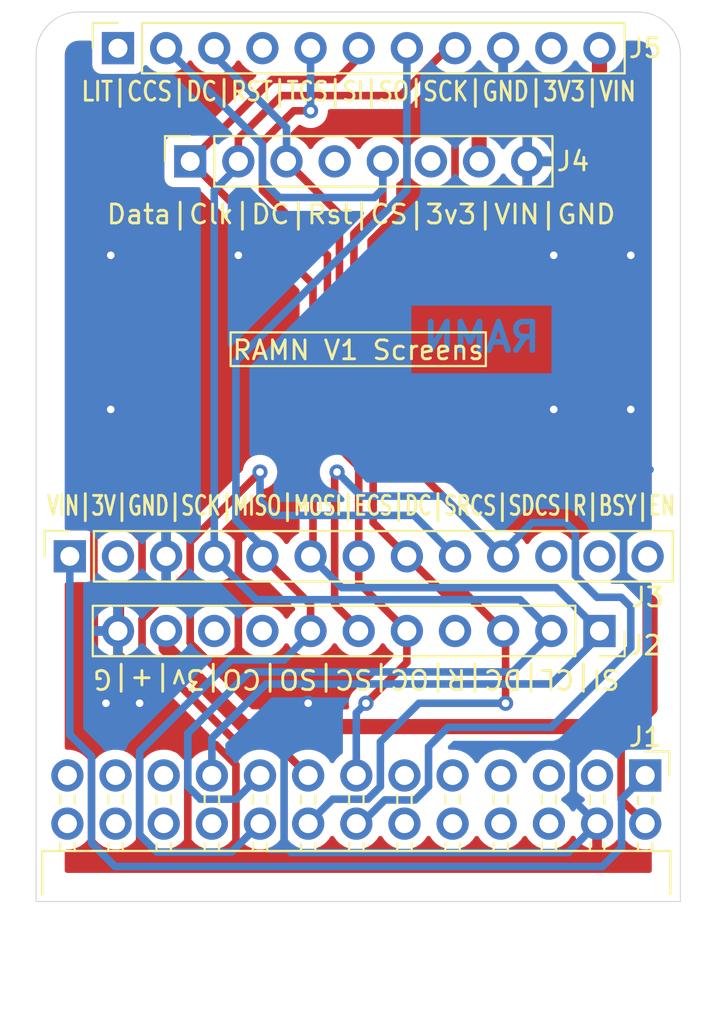
<source format=kicad_pcb>
(kicad_pcb (version 20171130) (host pcbnew "(5.1.9)-1")

  (general
    (thickness 1.6)
    (drawings 16)
    (tracks 233)
    (zones 0)
    (modules 5)
    (nets 39)
  )

  (page A4)
  (layers
    (0 F.Cu signal)
    (31 B.Cu signal)
    (32 B.Adhes user)
    (33 F.Adhes user)
    (34 B.Paste user)
    (35 F.Paste user)
    (36 B.SilkS user)
    (37 F.SilkS user)
    (38 B.Mask user)
    (39 F.Mask user)
    (40 Dwgs.User user)
    (41 Cmts.User user)
    (42 Eco1.User user)
    (43 Eco2.User user)
    (44 Edge.Cuts user)
    (45 Margin user)
    (46 B.CrtYd user)
    (47 F.CrtYd user)
    (48 B.Fab user)
    (49 F.Fab user)
  )

  (setup
    (last_trace_width 0.4)
    (trace_clearance 0.2)
    (zone_clearance 0.508)
    (zone_45_only no)
    (trace_min 0.2)
    (via_size 0.8)
    (via_drill 0.4)
    (via_min_size 0.4)
    (via_min_drill 0.3)
    (uvia_size 0.3)
    (uvia_drill 0.1)
    (uvias_allowed no)
    (uvia_min_size 0.2)
    (uvia_min_drill 0.1)
    (edge_width 0.05)
    (segment_width 0.2)
    (pcb_text_width 0.3)
    (pcb_text_size 1.5 1.5)
    (mod_edge_width 0.12)
    (mod_text_size 1 1)
    (mod_text_width 0.15)
    (pad_size 1.524 1.524)
    (pad_drill 0.762)
    (pad_to_mask_clearance 0)
    (aux_axis_origin 19.05 20.32)
    (visible_elements 7FFFFFFF)
    (pcbplotparams
      (layerselection 0x010e0_ffffffff)
      (usegerberextensions false)
      (usegerberattributes false)
      (usegerberadvancedattributes false)
      (creategerberjobfile false)
      (excludeedgelayer true)
      (linewidth 0.100000)
      (plotframeref false)
      (viasonmask false)
      (mode 1)
      (useauxorigin false)
      (hpglpennumber 1)
      (hpglpenspeed 20)
      (hpglpendiameter 15.000000)
      (psnegative false)
      (psa4output false)
      (plotreference true)
      (plotvalue true)
      (plotinvisibletext false)
      (padsonsilk false)
      (subtractmaskfromsilk false)
      (outputformat 4)
      (mirror false)
      (drillshape 0)
      (scaleselection 1)
      (outputdirectory "CAD/"))
  )

  (net 0 "")
  (net 1 GND)
  (net 2 +5V)
  (net 3 DC)
  (net 4 /3V3_ECU)
  (net 5 MOSI)
  (net 6 MISO)
  (net 7 SCK)
  (net 8 LCD_CS)
  (net 9 SRAM_CS)
  (net 10 SD_CS)
  (net 11 "Net-(J1-Pad26)")
  (net 12 "Net-(J1-Pad25)")
  (net 13 "Net-(J1-Pad24)")
  (net 14 "Net-(J1-Pad23)")
  (net 15 "Net-(J1-Pad22)")
  (net 16 "Net-(J1-Pad21)")
  (net 17 "Net-(J1-Pad20)")
  (net 18 "Net-(J1-Pad12)")
  (net 19 "Net-(J1-Pad11)")
  (net 20 "Net-(J1-Pad10)")
  (net 21 "Net-(J1-Pad9)")
  (net 22 "Net-(J1-Pad8)")
  (net 23 "Net-(J1-Pad7)")
  (net 24 "Net-(J1-Pad6)")
  (net 25 "Net-(J1-Pad5)")
  (net 26 "Net-(J1-Pad3)")
  (net 27 "Net-(J3-Pad2)")
  (net 28 "Net-(J3-Pad11)")
  (net 29 "Net-(J3-Pad12)")
  (net 30 "Net-(J3-Pad13)")
  (net 31 "Net-(J4-Pad4)")
  (net 32 "Net-(J5-Pad4)")
  (net 33 "Net-(J4-Pad6)")
  (net 34 "Net-(J2-Pad9)")
  (net 35 "Net-(J2-Pad8)")
  (net 36 "Net-(J5-Pad1)")
  (net 37 "Net-(J5-Pad10)")
  (net 38 "Net-(J2-Pad4)")

  (net_class Default "This is the default net class."
    (clearance 0.2)
    (trace_width 0.4)
    (via_dia 0.8)
    (via_drill 0.4)
    (uvia_dia 0.3)
    (uvia_drill 0.1)
    (add_net DC)
    (add_net GND)
    (add_net LCD_CS)
    (add_net MISO)
    (add_net MOSI)
    (add_net "Net-(J1-Pad10)")
    (add_net "Net-(J1-Pad11)")
    (add_net "Net-(J1-Pad12)")
    (add_net "Net-(J1-Pad20)")
    (add_net "Net-(J1-Pad21)")
    (add_net "Net-(J1-Pad22)")
    (add_net "Net-(J1-Pad23)")
    (add_net "Net-(J1-Pad24)")
    (add_net "Net-(J1-Pad25)")
    (add_net "Net-(J1-Pad26)")
    (add_net "Net-(J1-Pad3)")
    (add_net "Net-(J1-Pad5)")
    (add_net "Net-(J1-Pad6)")
    (add_net "Net-(J1-Pad7)")
    (add_net "Net-(J1-Pad8)")
    (add_net "Net-(J1-Pad9)")
    (add_net "Net-(J2-Pad4)")
    (add_net "Net-(J2-Pad8)")
    (add_net "Net-(J2-Pad9)")
    (add_net "Net-(J3-Pad11)")
    (add_net "Net-(J3-Pad12)")
    (add_net "Net-(J3-Pad13)")
    (add_net "Net-(J3-Pad2)")
    (add_net "Net-(J4-Pad4)")
    (add_net "Net-(J4-Pad6)")
    (add_net "Net-(J5-Pad1)")
    (add_net "Net-(J5-Pad10)")
    (add_net "Net-(J5-Pad4)")
    (add_net SCK)
    (add_net SD_CS)
    (add_net SRAM_CS)
  )

  (net_class 3V ""
    (clearance 0.2)
    (trace_width 0.4)
    (via_dia 0.8)
    (via_drill 0.4)
    (uvia_dia 0.3)
    (uvia_drill 0.1)
    (add_net /3V3_ECU)
  )

  (net_class 5V ""
    (clearance 0.2)
    (trace_width 0.8)
    (via_dia 0.8)
    (via_drill 0.4)
    (uvia_dia 0.3)
    (uvia_drill 0.1)
    (add_net +5V)
  )

  (module Connector_PinHeader_2.54mm:PinHeader_2x13_P2.54mm_Horizontal (layer F.Cu) (tedit 60345FCE) (tstamp 5FC06A6D)
    (at 58.166 65.278 270)
    (descr "Through hole angled pin header, 2x13, 2.54mm pitch, 6mm pin length, double rows")
    (tags "Through hole angled pin header THT 2x13 2.54mm double row")
    (path /5D87B279)
    (fp_text reference J1 (at -2.032 0 180) (layer F.SilkS)
      (effects (font (size 1 1) (thickness 0.15)))
    )
    (fp_text value " " (at 5.655 32.75 90) (layer F.Fab)
      (effects (font (size 1 1) (thickness 0.15)))
    )
    (fp_line (start 4.675 -1.27) (end 6.58 -1.27) (layer F.Fab) (width 0.1))
    (fp_line (start 6.58 -1.27) (end 6.58 31.75) (layer F.Fab) (width 0.1))
    (fp_line (start 6.58 31.75) (end 4.04 31.75) (layer F.Fab) (width 0.1))
    (fp_line (start 4.04 31.75) (end 4.04 -0.635) (layer F.Fab) (width 0.1))
    (fp_line (start 4.04 -0.635) (end 4.675 -1.27) (layer F.Fab) (width 0.1))
    (fp_line (start -0.32 -0.32) (end 4.04 -0.32) (layer F.Fab) (width 0.1))
    (fp_line (start -0.32 -0.32) (end -0.32 0.32) (layer F.Fab) (width 0.1))
    (fp_line (start -0.32 0.32) (end 4.04 0.32) (layer F.Fab) (width 0.1))
    (fp_line (start 6.58 -0.32) (end 12.58 -0.32) (layer F.Fab) (width 0.1))
    (fp_line (start 12.58 -0.32) (end 12.58 0.32) (layer F.Fab) (width 0.1))
    (fp_line (start 6.58 0.32) (end 12.58 0.32) (layer F.Fab) (width 0.1))
    (fp_line (start -0.32 2.22) (end 4.04 2.22) (layer F.Fab) (width 0.1))
    (fp_line (start -0.32 2.22) (end -0.32 2.86) (layer F.Fab) (width 0.1))
    (fp_line (start -0.32 2.86) (end 4.04 2.86) (layer F.Fab) (width 0.1))
    (fp_line (start 6.58 2.22) (end 12.58 2.22) (layer F.Fab) (width 0.1))
    (fp_line (start 12.58 2.22) (end 12.58 2.86) (layer F.Fab) (width 0.1))
    (fp_line (start 6.58 2.86) (end 12.58 2.86) (layer F.Fab) (width 0.1))
    (fp_line (start -0.32 4.76) (end 4.04 4.76) (layer F.Fab) (width 0.1))
    (fp_line (start -0.32 4.76) (end -0.32 5.4) (layer F.Fab) (width 0.1))
    (fp_line (start -0.32 5.4) (end 4.04 5.4) (layer F.Fab) (width 0.1))
    (fp_line (start 6.58 4.76) (end 12.58 4.76) (layer F.Fab) (width 0.1))
    (fp_line (start 12.58 4.76) (end 12.58 5.4) (layer F.Fab) (width 0.1))
    (fp_line (start 6.58 5.4) (end 12.58 5.4) (layer F.Fab) (width 0.1))
    (fp_line (start -0.32 7.3) (end 4.04 7.3) (layer F.Fab) (width 0.1))
    (fp_line (start -0.32 7.3) (end -0.32 7.94) (layer F.Fab) (width 0.1))
    (fp_line (start -0.32 7.94) (end 4.04 7.94) (layer F.Fab) (width 0.1))
    (fp_line (start 6.58 7.3) (end 12.58 7.3) (layer F.Fab) (width 0.1))
    (fp_line (start 12.58 7.3) (end 12.58 7.94) (layer F.Fab) (width 0.1))
    (fp_line (start 6.58 7.94) (end 12.58 7.94) (layer F.Fab) (width 0.1))
    (fp_line (start -0.32 9.84) (end 4.04 9.84) (layer F.Fab) (width 0.1))
    (fp_line (start -0.32 9.84) (end -0.32 10.48) (layer F.Fab) (width 0.1))
    (fp_line (start -0.32 10.48) (end 4.04 10.48) (layer F.Fab) (width 0.1))
    (fp_line (start 6.58 9.84) (end 12.58 9.84) (layer F.Fab) (width 0.1))
    (fp_line (start 12.58 9.84) (end 12.58 10.48) (layer F.Fab) (width 0.1))
    (fp_line (start 6.58 10.48) (end 12.58 10.48) (layer F.Fab) (width 0.1))
    (fp_line (start -0.32 12.38) (end 4.04 12.38) (layer F.Fab) (width 0.1))
    (fp_line (start -0.32 12.38) (end -0.32 13.02) (layer F.Fab) (width 0.1))
    (fp_line (start -0.32 13.02) (end 4.04 13.02) (layer F.Fab) (width 0.1))
    (fp_line (start 6.58 12.38) (end 12.58 12.38) (layer F.Fab) (width 0.1))
    (fp_line (start 12.58 12.38) (end 12.58 13.02) (layer F.Fab) (width 0.1))
    (fp_line (start 6.58 13.02) (end 12.58 13.02) (layer F.Fab) (width 0.1))
    (fp_line (start -0.32 14.92) (end 4.04 14.92) (layer F.Fab) (width 0.1))
    (fp_line (start -0.32 14.92) (end -0.32 15.56) (layer F.Fab) (width 0.1))
    (fp_line (start -0.32 15.56) (end 4.04 15.56) (layer F.Fab) (width 0.1))
    (fp_line (start 6.58 14.92) (end 12.58 14.92) (layer F.Fab) (width 0.1))
    (fp_line (start 12.58 14.92) (end 12.58 15.56) (layer F.Fab) (width 0.1))
    (fp_line (start 6.58 15.56) (end 12.58 15.56) (layer F.Fab) (width 0.1))
    (fp_line (start -0.32 17.46) (end 4.04 17.46) (layer F.Fab) (width 0.1))
    (fp_line (start -0.32 17.46) (end -0.32 18.1) (layer F.Fab) (width 0.1))
    (fp_line (start -0.32 18.1) (end 4.04 18.1) (layer F.Fab) (width 0.1))
    (fp_line (start 6.58 17.46) (end 12.58 17.46) (layer F.Fab) (width 0.1))
    (fp_line (start 12.58 17.46) (end 12.58 18.1) (layer F.Fab) (width 0.1))
    (fp_line (start 6.58 18.1) (end 12.58 18.1) (layer F.Fab) (width 0.1))
    (fp_line (start -0.32 20) (end 4.04 20) (layer F.Fab) (width 0.1))
    (fp_line (start -0.32 20) (end -0.32 20.64) (layer F.Fab) (width 0.1))
    (fp_line (start -0.32 20.64) (end 4.04 20.64) (layer F.Fab) (width 0.1))
    (fp_line (start 6.58 20) (end 12.58 20) (layer F.Fab) (width 0.1))
    (fp_line (start 12.58 20) (end 12.58 20.64) (layer F.Fab) (width 0.1))
    (fp_line (start 6.58 20.64) (end 12.58 20.64) (layer F.Fab) (width 0.1))
    (fp_line (start -0.32 22.54) (end 4.04 22.54) (layer F.Fab) (width 0.1))
    (fp_line (start -0.32 22.54) (end -0.32 23.18) (layer F.Fab) (width 0.1))
    (fp_line (start -0.32 23.18) (end 4.04 23.18) (layer F.Fab) (width 0.1))
    (fp_line (start 6.58 22.54) (end 12.58 22.54) (layer F.Fab) (width 0.1))
    (fp_line (start 12.58 22.54) (end 12.58 23.18) (layer F.Fab) (width 0.1))
    (fp_line (start 6.58 23.18) (end 12.58 23.18) (layer F.Fab) (width 0.1))
    (fp_line (start -0.32 25.08) (end 4.04 25.08) (layer F.Fab) (width 0.1))
    (fp_line (start -0.32 25.08) (end -0.32 25.72) (layer F.Fab) (width 0.1))
    (fp_line (start -0.32 25.72) (end 4.04 25.72) (layer F.Fab) (width 0.1))
    (fp_line (start 6.58 25.08) (end 12.58 25.08) (layer F.Fab) (width 0.1))
    (fp_line (start 12.58 25.08) (end 12.58 25.72) (layer F.Fab) (width 0.1))
    (fp_line (start 6.58 25.72) (end 12.58 25.72) (layer F.Fab) (width 0.1))
    (fp_line (start -0.32 27.62) (end 4.04 27.62) (layer F.Fab) (width 0.1))
    (fp_line (start -0.32 27.62) (end -0.32 28.26) (layer F.Fab) (width 0.1))
    (fp_line (start -0.32 28.26) (end 4.04 28.26) (layer F.Fab) (width 0.1))
    (fp_line (start 6.58 27.62) (end 12.58 27.62) (layer F.Fab) (width 0.1))
    (fp_line (start 12.58 27.62) (end 12.58 28.26) (layer F.Fab) (width 0.1))
    (fp_line (start 6.58 28.26) (end 12.58 28.26) (layer F.Fab) (width 0.1))
    (fp_line (start -0.32 30.16) (end 4.04 30.16) (layer F.Fab) (width 0.1))
    (fp_line (start -0.32 30.16) (end -0.32 30.8) (layer F.Fab) (width 0.1))
    (fp_line (start -0.32 30.8) (end 4.04 30.8) (layer F.Fab) (width 0.1))
    (fp_line (start 6.58 30.16) (end 12.58 30.16) (layer F.Fab) (width 0.1))
    (fp_line (start 12.58 30.16) (end 12.58 30.8) (layer F.Fab) (width 0.1))
    (fp_line (start 6.58 30.8) (end 12.58 30.8) (layer F.Fab) (width 0.1))
    (fp_line (start 3.98 -1.33) (end 3.98 31.81) (layer F.SilkS) (width 0.12))
    (fp_line (start 3.98 31.81) (end 6.266 31.81) (layer F.SilkS) (width 0.12))
    (fp_line (start 6.266 -1.33) (end 3.98 -1.33) (layer F.SilkS) (width 0.12))
    (fp_line (start 3.582929 -0.38) (end 3.98 -0.38) (layer F.SilkS) (width 0.12))
    (fp_line (start 3.582929 0.38) (end 3.98 0.38) (layer F.SilkS) (width 0.12))
    (fp_line (start 1.11 -0.38) (end 1.497071 -0.38) (layer F.SilkS) (width 0.12))
    (fp_line (start 1.11 0.38) (end 1.497071 0.38) (layer F.SilkS) (width 0.12))
    (fp_line (start 3.582929 2.16) (end 3.98 2.16) (layer F.SilkS) (width 0.12))
    (fp_line (start 3.582929 2.92) (end 3.98 2.92) (layer F.SilkS) (width 0.12))
    (fp_line (start 1.042929 2.16) (end 1.497071 2.16) (layer F.SilkS) (width 0.12))
    (fp_line (start 1.042929 2.92) (end 1.497071 2.92) (layer F.SilkS) (width 0.12))
    (fp_line (start 3.582929 4.7) (end 3.98 4.7) (layer F.SilkS) (width 0.12))
    (fp_line (start 3.582929 5.46) (end 3.98 5.46) (layer F.SilkS) (width 0.12))
    (fp_line (start 1.042929 4.7) (end 1.497071 4.7) (layer F.SilkS) (width 0.12))
    (fp_line (start 1.042929 5.46) (end 1.497071 5.46) (layer F.SilkS) (width 0.12))
    (fp_line (start 3.582929 7.24) (end 3.98 7.24) (layer F.SilkS) (width 0.12))
    (fp_line (start 3.582929 8) (end 3.98 8) (layer F.SilkS) (width 0.12))
    (fp_line (start 1.042929 7.24) (end 1.497071 7.24) (layer F.SilkS) (width 0.12))
    (fp_line (start 1.042929 8) (end 1.497071 8) (layer F.SilkS) (width 0.12))
    (fp_line (start 3.582929 9.78) (end 3.98 9.78) (layer F.SilkS) (width 0.12))
    (fp_line (start 3.582929 10.54) (end 3.98 10.54) (layer F.SilkS) (width 0.12))
    (fp_line (start 1.042929 9.78) (end 1.497071 9.78) (layer F.SilkS) (width 0.12))
    (fp_line (start 1.042929 10.54) (end 1.497071 10.54) (layer F.SilkS) (width 0.12))
    (fp_line (start 3.582929 12.32) (end 3.98 12.32) (layer F.SilkS) (width 0.12))
    (fp_line (start 3.582929 13.08) (end 3.98 13.08) (layer F.SilkS) (width 0.12))
    (fp_line (start 1.042929 12.32) (end 1.497071 12.32) (layer F.SilkS) (width 0.12))
    (fp_line (start 1.042929 13.08) (end 1.497071 13.08) (layer F.SilkS) (width 0.12))
    (fp_line (start 3.582929 14.86) (end 3.98 14.86) (layer F.SilkS) (width 0.12))
    (fp_line (start 3.582929 15.62) (end 3.98 15.62) (layer F.SilkS) (width 0.12))
    (fp_line (start 1.042929 14.86) (end 1.497071 14.86) (layer F.SilkS) (width 0.12))
    (fp_line (start 1.042929 15.62) (end 1.497071 15.62) (layer F.SilkS) (width 0.12))
    (fp_line (start 3.582929 17.4) (end 3.98 17.4) (layer F.SilkS) (width 0.12))
    (fp_line (start 3.582929 18.16) (end 3.98 18.16) (layer F.SilkS) (width 0.12))
    (fp_line (start 1.042929 17.4) (end 1.497071 17.4) (layer F.SilkS) (width 0.12))
    (fp_line (start 1.042929 18.16) (end 1.497071 18.16) (layer F.SilkS) (width 0.12))
    (fp_line (start 3.582929 19.94) (end 3.98 19.94) (layer F.SilkS) (width 0.12))
    (fp_line (start 3.582929 20.7) (end 3.98 20.7) (layer F.SilkS) (width 0.12))
    (fp_line (start 1.042929 19.94) (end 1.497071 19.94) (layer F.SilkS) (width 0.12))
    (fp_line (start 1.042929 20.7) (end 1.497071 20.7) (layer F.SilkS) (width 0.12))
    (fp_line (start 3.582929 22.48) (end 3.98 22.48) (layer F.SilkS) (width 0.12))
    (fp_line (start 3.582929 23.24) (end 3.98 23.24) (layer F.SilkS) (width 0.12))
    (fp_line (start 1.042929 22.48) (end 1.497071 22.48) (layer F.SilkS) (width 0.12))
    (fp_line (start 1.042929 23.24) (end 1.497071 23.24) (layer F.SilkS) (width 0.12))
    (fp_line (start 3.582929 25.02) (end 3.98 25.02) (layer F.SilkS) (width 0.12))
    (fp_line (start 3.582929 25.78) (end 3.98 25.78) (layer F.SilkS) (width 0.12))
    (fp_line (start 1.042929 25.02) (end 1.497071 25.02) (layer F.SilkS) (width 0.12))
    (fp_line (start 1.042929 25.78) (end 1.497071 25.78) (layer F.SilkS) (width 0.12))
    (fp_line (start 3.582929 27.56) (end 3.98 27.56) (layer F.SilkS) (width 0.12))
    (fp_line (start 3.582929 28.32) (end 3.98 28.32) (layer F.SilkS) (width 0.12))
    (fp_line (start 1.042929 27.56) (end 1.497071 27.56) (layer F.SilkS) (width 0.12))
    (fp_line (start 1.042929 28.32) (end 1.497071 28.32) (layer F.SilkS) (width 0.12))
    (fp_line (start 3.582929 30.1) (end 3.98 30.1) (layer F.SilkS) (width 0.12))
    (fp_line (start 3.582929 30.86) (end 3.98 30.86) (layer F.SilkS) (width 0.12))
    (fp_line (start 1.042929 30.1) (end 1.497071 30.1) (layer F.SilkS) (width 0.12))
    (fp_line (start 1.042929 30.86) (end 1.497071 30.86) (layer F.SilkS) (width 0.12))
    (fp_line (start -1.27 0) (end -1.27 -1.27) (layer F.SilkS) (width 0.12))
    (fp_line (start -1.27 -1.27) (end 0 -1.27) (layer F.SilkS) (width 0.12))
    (fp_line (start -1.8 -1.8) (end -1.8 32.25) (layer F.CrtYd) (width 0.05))
    (fp_line (start -1.8 32.25) (end 13.1 32.25) (layer F.CrtYd) (width 0.05))
    (fp_line (start 13.1 32.25) (end 13.1 -1.8) (layer F.CrtYd) (width 0.05))
    (fp_line (start 13.1 -1.8) (end -1.8 -1.8) (layer F.CrtYd) (width 0.05))
    (fp_text user %R (at 5.31 15.24) (layer F.Fab)
      (effects (font (size 1 1) (thickness 0.15)))
    )
    (pad 26 thru_hole oval (at 2.54 30.48 270) (size 1.7 1.7) (drill 1) (layers *.Cu *.Mask)
      (net 11 "Net-(J1-Pad26)"))
    (pad 25 thru_hole oval (at 0 30.48 270) (size 1.7 1.7) (drill 1) (layers *.Cu *.Mask)
      (net 12 "Net-(J1-Pad25)"))
    (pad 24 thru_hole oval (at 2.54 27.94 270) (size 1.7 1.7) (drill 1) (layers *.Cu *.Mask)
      (net 13 "Net-(J1-Pad24)"))
    (pad 23 thru_hole oval (at 0 27.94 270) (size 1.7 1.7) (drill 1) (layers *.Cu *.Mask)
      (net 14 "Net-(J1-Pad23)"))
    (pad 22 thru_hole oval (at 2.54 25.4 270) (size 1.7 1.7) (drill 1) (layers *.Cu *.Mask)
      (net 15 "Net-(J1-Pad22)"))
    (pad 21 thru_hole oval (at 0 25.4 270) (size 1.7 1.7) (drill 1) (layers *.Cu *.Mask)
      (net 16 "Net-(J1-Pad21)"))
    (pad 20 thru_hole oval (at 2.54 22.86 270) (size 1.7 1.7) (drill 1) (layers *.Cu *.Mask)
      (net 17 "Net-(J1-Pad20)"))
    (pad 19 thru_hole oval (at 0 22.86 270) (size 1.7 1.7) (drill 1) (layers *.Cu *.Mask)
      (net 5 MOSI))
    (pad 18 thru_hole oval (at 2.54 20.32 270) (size 1.7 1.7) (drill 1) (layers *.Cu *.Mask)
      (net 6 MISO))
    (pad 17 thru_hole oval (at 0 20.32 270) (size 1.7 1.7) (drill 1) (layers *.Cu *.Mask)
      (net 7 SCK))
    (pad 16 thru_hole oval (at 2.54 17.78 270) (size 1.7 1.7) (drill 1) (layers *.Cu *.Mask)
      (net 3 DC))
    (pad 15 thru_hole oval (at 0 17.78 270) (size 1.7 1.7) (drill 1) (layers *.Cu *.Mask)
      (net 9 SRAM_CS))
    (pad 14 thru_hole oval (at 2.54 15.24 270) (size 1.7 1.7) (drill 1) (layers *.Cu *.Mask)
      (net 10 SD_CS))
    (pad 13 thru_hole oval (at 0 15.24 270) (size 1.7 1.7) (drill 1) (layers *.Cu *.Mask)
      (net 8 LCD_CS))
    (pad 12 thru_hole oval (at 2.54 12.7 270) (size 1.7 1.7) (drill 1) (layers *.Cu *.Mask)
      (net 18 "Net-(J1-Pad12)"))
    (pad 11 thru_hole oval (at 0 12.7 270) (size 1.7 1.7) (drill 1) (layers *.Cu *.Mask)
      (net 19 "Net-(J1-Pad11)"))
    (pad 10 thru_hole oval (at 2.54 10.16 270) (size 1.7 1.7) (drill 1) (layers *.Cu *.Mask)
      (net 20 "Net-(J1-Pad10)"))
    (pad 9 thru_hole oval (at 0 10.16 270) (size 1.7 1.7) (drill 1) (layers *.Cu *.Mask)
      (net 21 "Net-(J1-Pad9)"))
    (pad 8 thru_hole oval (at 2.54 7.62 270) (size 1.7 1.7) (drill 1) (layers *.Cu *.Mask)
      (net 22 "Net-(J1-Pad8)"))
    (pad 7 thru_hole oval (at 0 7.62 270) (size 1.7 1.7) (drill 1) (layers *.Cu *.Mask)
      (net 23 "Net-(J1-Pad7)"))
    (pad 6 thru_hole oval (at 2.54 5.08 270) (size 1.7 1.7) (drill 1) (layers *.Cu *.Mask)
      (net 24 "Net-(J1-Pad6)"))
    (pad 5 thru_hole oval (at 0 5.08 270) (size 1.7 1.7) (drill 1) (layers *.Cu *.Mask)
      (net 25 "Net-(J1-Pad5)"))
    (pad 4 thru_hole oval (at 2.54 2.54 270) (size 1.7 1.7) (drill 1) (layers *.Cu *.Mask)
      (net 1 GND))
    (pad 3 thru_hole oval (at 0 2.54 270) (size 1.7 1.7) (drill 1) (layers *.Cu *.Mask)
      (net 26 "Net-(J1-Pad3)"))
    (pad 2 thru_hole oval (at 2.54 0 270) (size 1.7 1.7) (drill 1) (layers *.Cu *.Mask)
      (net 2 +5V))
    (pad 1 thru_hole rect (at 0 0 270) (size 1.7 1.7) (drill 1) (layers *.Cu *.Mask)
      (net 4 /3V3_ECU))
    (model ${KISYS3DMOD}/Connector_PinHeader_2.54mm.3dshapes/PinHeader_2x13_P2.54mm_Horizontal.wrl
      (at (xyz 0 0 0))
      (scale (xyz 1 1 1))
      (rotate (xyz 0 0 0))
    )
  )

  (module Connector_PinSocket_2.54mm:PinSocket_1x11_P2.54mm_Vertical (layer F.Cu) (tedit 5A19A42E) (tstamp 60308C19)
    (at 55.753 57.658 270)
    (descr "Through hole straight socket strip, 1x11, 2.54mm pitch, single row (from Kicad 4.0.7), script generated")
    (tags "Through hole socket strip THT 1x11 2.54mm single row")
    (path /5DEEAF27)
    (fp_text reference J2 (at 0.762 -2.413 180) (layer F.SilkS)
      (effects (font (size 1 1) (thickness 0.15)))
    )
    (fp_text value 1431 (at 0 28.17 90) (layer F.Fab)
      (effects (font (size 1 1) (thickness 0.15)))
    )
    (fp_line (start -1.8 27.15) (end -1.8 -1.8) (layer F.CrtYd) (width 0.05))
    (fp_line (start 1.75 27.15) (end -1.8 27.15) (layer F.CrtYd) (width 0.05))
    (fp_line (start 1.75 -1.8) (end 1.75 27.15) (layer F.CrtYd) (width 0.05))
    (fp_line (start -1.8 -1.8) (end 1.75 -1.8) (layer F.CrtYd) (width 0.05))
    (fp_line (start 0 -1.33) (end 1.33 -1.33) (layer F.SilkS) (width 0.12))
    (fp_line (start 1.33 -1.33) (end 1.33 0) (layer F.SilkS) (width 0.12))
    (fp_line (start 1.33 1.27) (end 1.33 26.73) (layer F.SilkS) (width 0.12))
    (fp_line (start -1.33 26.73) (end 1.33 26.73) (layer F.SilkS) (width 0.12))
    (fp_line (start -1.33 1.27) (end -1.33 26.73) (layer F.SilkS) (width 0.12))
    (fp_line (start -1.33 1.27) (end 1.33 1.27) (layer F.SilkS) (width 0.12))
    (fp_line (start -1.27 26.67) (end -1.27 -1.27) (layer F.Fab) (width 0.1))
    (fp_line (start 1.27 26.67) (end -1.27 26.67) (layer F.Fab) (width 0.1))
    (fp_line (start 1.27 -0.635) (end 1.27 26.67) (layer F.Fab) (width 0.1))
    (fp_line (start 0.635 -1.27) (end 1.27 -0.635) (layer F.Fab) (width 0.1))
    (fp_line (start -1.27 -1.27) (end 0.635 -1.27) (layer F.Fab) (width 0.1))
    (fp_text user %R (at 0 12.7) (layer F.Fab)
      (effects (font (size 1 1) (thickness 0.15)))
    )
    (pad 1 thru_hole rect (at 0 0 270) (size 1.7 1.7) (drill 1) (layers *.Cu *.Mask)
      (net 5 MOSI))
    (pad 2 thru_hole oval (at 0 2.54 270) (size 1.7 1.7) (drill 1) (layers *.Cu *.Mask)
      (net 7 SCK))
    (pad 3 thru_hole oval (at 0 5.08 270) (size 1.7 1.7) (drill 1) (layers *.Cu *.Mask)
      (net 3 DC))
    (pad 4 thru_hole oval (at 0 7.62 270) (size 1.7 1.7) (drill 1) (layers *.Cu *.Mask)
      (net 38 "Net-(J2-Pad4)"))
    (pad 5 thru_hole oval (at 0 10.16 270) (size 1.7 1.7) (drill 1) (layers *.Cu *.Mask)
      (net 8 LCD_CS))
    (pad 6 thru_hole oval (at 0 12.7 270) (size 1.7 1.7) (drill 1) (layers *.Cu *.Mask)
      (net 10 SD_CS))
    (pad 7 thru_hole oval (at 0 15.24 270) (size 1.7 1.7) (drill 1) (layers *.Cu *.Mask)
      (net 6 MISO))
    (pad 8 thru_hole oval (at 0 17.78 270) (size 1.7 1.7) (drill 1) (layers *.Cu *.Mask)
      (net 35 "Net-(J2-Pad8)"))
    (pad 9 thru_hole oval (at 0 20.32 270) (size 1.7 1.7) (drill 1) (layers *.Cu *.Mask)
      (net 34 "Net-(J2-Pad9)"))
    (pad 10 thru_hole oval (at 0 22.86 270) (size 1.7 1.7) (drill 1) (layers *.Cu *.Mask)
      (net 2 +5V))
    (pad 11 thru_hole oval (at 0 25.4 270) (size 1.7 1.7) (drill 1) (layers *.Cu *.Mask)
      (net 1 GND))
    (model ${KISYS3DMOD}/Connector_PinSocket_2.54mm.3dshapes/PinSocket_1x11_P2.54mm_Vertical.wrl
      (at (xyz 0 0 0))
      (scale (xyz 1 1 1))
      (rotate (xyz 0 0 0))
    )
  )

  (module Connector_PinSocket_2.54mm:PinSocket_1x11_P2.54mm_Vertical (layer F.Cu) (tedit 5A19A42E) (tstamp 5FBF63DA)
    (at 30.353 26.924 90)
    (descr "Through hole straight socket strip, 1x11, 2.54mm pitch, single row (from Kicad 4.0.7), script generated")
    (tags "Through hole socket strip THT 1x11 2.54mm single row")
    (path /5DEE979F)
    (fp_text reference J5 (at 0 27.813 180) (layer F.SilkS)
      (effects (font (size 1 1) (thickness 0.15)))
    )
    (fp_text value 4383 (at 0 28.17 90) (layer F.Fab)
      (effects (font (size 1 1) (thickness 0.15)))
    )
    (fp_line (start -1.8 27.15) (end -1.8 -1.8) (layer F.CrtYd) (width 0.05))
    (fp_line (start 1.75 27.15) (end -1.8 27.15) (layer F.CrtYd) (width 0.05))
    (fp_line (start 1.75 -1.8) (end 1.75 27.15) (layer F.CrtYd) (width 0.05))
    (fp_line (start -1.8 -1.8) (end 1.75 -1.8) (layer F.CrtYd) (width 0.05))
    (fp_line (start 0 -1.33) (end 1.33 -1.33) (layer F.SilkS) (width 0.12))
    (fp_line (start 1.33 -1.33) (end 1.33 0) (layer F.SilkS) (width 0.12))
    (fp_line (start 1.33 1.27) (end 1.33 26.73) (layer F.SilkS) (width 0.12))
    (fp_line (start -1.33 26.73) (end 1.33 26.73) (layer F.SilkS) (width 0.12))
    (fp_line (start -1.33 1.27) (end -1.33 26.73) (layer F.SilkS) (width 0.12))
    (fp_line (start -1.33 1.27) (end 1.33 1.27) (layer F.SilkS) (width 0.12))
    (fp_line (start -1.27 26.67) (end -1.27 -1.27) (layer F.Fab) (width 0.1))
    (fp_line (start 1.27 26.67) (end -1.27 26.67) (layer F.Fab) (width 0.1))
    (fp_line (start 1.27 -0.635) (end 1.27 26.67) (layer F.Fab) (width 0.1))
    (fp_line (start 0.635 -1.27) (end 1.27 -0.635) (layer F.Fab) (width 0.1))
    (fp_line (start -1.27 -1.27) (end 0.635 -1.27) (layer F.Fab) (width 0.1))
    (fp_text user %R (at 0 12.7) (layer F.Fab)
      (effects (font (size 1 1) (thickness 0.15)))
    )
    (pad 1 thru_hole rect (at 0 0 90) (size 1.7 1.7) (drill 1) (layers *.Cu *.Mask)
      (net 36 "Net-(J5-Pad1)"))
    (pad 2 thru_hole oval (at 0 2.54 90) (size 1.7 1.7) (drill 1) (layers *.Cu *.Mask)
      (net 10 SD_CS))
    (pad 3 thru_hole oval (at 0 5.08 90) (size 1.7 1.7) (drill 1) (layers *.Cu *.Mask)
      (net 3 DC))
    (pad 4 thru_hole oval (at 0 7.62 90) (size 1.7 1.7) (drill 1) (layers *.Cu *.Mask)
      (net 32 "Net-(J5-Pad4)"))
    (pad 5 thru_hole oval (at 0 10.16 90) (size 1.7 1.7) (drill 1) (layers *.Cu *.Mask)
      (net 8 LCD_CS))
    (pad 6 thru_hole oval (at 0 12.7 90) (size 1.7 1.7) (drill 1) (layers *.Cu *.Mask)
      (net 5 MOSI))
    (pad 7 thru_hole oval (at 0 15.24 90) (size 1.7 1.7) (drill 1) (layers *.Cu *.Mask)
      (net 6 MISO))
    (pad 8 thru_hole oval (at 0 17.78 90) (size 1.7 1.7) (drill 1) (layers *.Cu *.Mask)
      (net 7 SCK))
    (pad 9 thru_hole oval (at 0 20.32 90) (size 1.7 1.7) (drill 1) (layers *.Cu *.Mask)
      (net 1 GND))
    (pad 10 thru_hole oval (at 0 22.86 90) (size 1.7 1.7) (drill 1) (layers *.Cu *.Mask)
      (net 37 "Net-(J5-Pad10)"))
    (pad 11 thru_hole oval (at 0 25.4 90) (size 1.7 1.7) (drill 1) (layers *.Cu *.Mask)
      (net 2 +5V))
    (model ${KISYS3DMOD}/Connector_PinSocket_2.54mm.3dshapes/PinSocket_1x11_P2.54mm_Vertical.wrl
      (at (xyz 0 0 0))
      (scale (xyz 1 1 1))
      (rotate (xyz 0 0 0))
    )
  )

  (module Connector_PinSocket_2.54mm:PinSocket_1x13_P2.54mm_Vertical (layer F.Cu) (tedit 5A19A421) (tstamp 5DEE3945)
    (at 27.813 53.721 90)
    (descr "Through hole straight socket strip, 1x13, 2.54mm pitch, single row (from Kicad 4.0.7), script generated")
    (tags "Through hole socket strip THT 1x13 2.54mm single row")
    (path /5DEE213B)
    (fp_text reference J3 (at -2.159 30.48 180) (layer F.SilkS)
      (effects (font (size 1 1) (thickness 0.15)))
    )
    (fp_text value 4086 (at 0 33.25 90) (layer F.Fab)
      (effects (font (size 1 1) (thickness 0.15)))
    )
    (fp_line (start -1.8 32.25) (end -1.8 -1.8) (layer F.CrtYd) (width 0.05))
    (fp_line (start 1.75 32.25) (end -1.8 32.25) (layer F.CrtYd) (width 0.05))
    (fp_line (start 1.75 -1.8) (end 1.75 32.25) (layer F.CrtYd) (width 0.05))
    (fp_line (start -1.8 -1.8) (end 1.75 -1.8) (layer F.CrtYd) (width 0.05))
    (fp_line (start 0 -1.33) (end 1.33 -1.33) (layer F.SilkS) (width 0.12))
    (fp_line (start 1.33 -1.33) (end 1.33 0) (layer F.SilkS) (width 0.12))
    (fp_line (start 1.33 1.27) (end 1.33 31.81) (layer F.SilkS) (width 0.12))
    (fp_line (start -1.33 31.81) (end 1.33 31.81) (layer F.SilkS) (width 0.12))
    (fp_line (start -1.33 1.27) (end -1.33 31.81) (layer F.SilkS) (width 0.12))
    (fp_line (start -1.33 1.27) (end 1.33 1.27) (layer F.SilkS) (width 0.12))
    (fp_line (start -1.27 31.75) (end -1.27 -1.27) (layer F.Fab) (width 0.1))
    (fp_line (start 1.27 31.75) (end -1.27 31.75) (layer F.Fab) (width 0.1))
    (fp_line (start 1.27 -0.635) (end 1.27 31.75) (layer F.Fab) (width 0.1))
    (fp_line (start 0.635 -1.27) (end 1.27 -0.635) (layer F.Fab) (width 0.1))
    (fp_line (start -1.27 -1.27) (end 0.635 -1.27) (layer F.Fab) (width 0.1))
    (fp_text user %R (at 0 15.24) (layer F.Fab)
      (effects (font (size 1 1) (thickness 0.15)))
    )
    (pad 1 thru_hole rect (at 0 0 90) (size 1.7 1.7) (drill 1) (layers *.Cu *.Mask)
      (net 4 /3V3_ECU))
    (pad 2 thru_hole oval (at 0 2.54 90) (size 1.7 1.7) (drill 1) (layers *.Cu *.Mask)
      (net 27 "Net-(J3-Pad2)"))
    (pad 3 thru_hole oval (at 0 5.08 90) (size 1.7 1.7) (drill 1) (layers *.Cu *.Mask)
      (net 1 GND))
    (pad 4 thru_hole oval (at 0 7.62 90) (size 1.7 1.7) (drill 1) (layers *.Cu *.Mask)
      (net 7 SCK))
    (pad 5 thru_hole oval (at 0 10.16 90) (size 1.7 1.7) (drill 1) (layers *.Cu *.Mask)
      (net 6 MISO))
    (pad 6 thru_hole oval (at 0 12.7 90) (size 1.7 1.7) (drill 1) (layers *.Cu *.Mask)
      (net 5 MOSI))
    (pad 7 thru_hole oval (at 0 15.24 90) (size 1.7 1.7) (drill 1) (layers *.Cu *.Mask)
      (net 8 LCD_CS))
    (pad 8 thru_hole oval (at 0 17.78 90) (size 1.7 1.7) (drill 1) (layers *.Cu *.Mask)
      (net 3 DC))
    (pad 9 thru_hole oval (at 0 20.32 90) (size 1.7 1.7) (drill 1) (layers *.Cu *.Mask)
      (net 9 SRAM_CS))
    (pad 10 thru_hole oval (at 0 22.86 90) (size 1.7 1.7) (drill 1) (layers *.Cu *.Mask)
      (net 10 SD_CS))
    (pad 11 thru_hole oval (at 0 25.4 90) (size 1.7 1.7) (drill 1) (layers *.Cu *.Mask)
      (net 28 "Net-(J3-Pad11)"))
    (pad 12 thru_hole oval (at 0 27.94 90) (size 1.7 1.7) (drill 1) (layers *.Cu *.Mask)
      (net 29 "Net-(J3-Pad12)"))
    (pad 13 thru_hole oval (at 0 30.48 90) (size 1.7 1.7) (drill 1) (layers *.Cu *.Mask)
      (net 30 "Net-(J3-Pad13)"))
    (model ${KISYS3DMOD}/Connector_PinSocket_2.54mm.3dshapes/PinSocket_1x13_P2.54mm_Vertical.wrl
      (at (xyz 0 0 0))
      (scale (xyz 1 1 1))
      (rotate (xyz 0 0 0))
    )
  )

  (module Connector_PinSocket_2.54mm:PinSocket_1x08_P2.54mm_Vertical (layer F.Cu) (tedit 5A19A420) (tstamp 60308D4B)
    (at 34.163 32.893 90)
    (descr "Through hole straight socket strip, 1x08, 2.54mm pitch, single row (from Kicad 4.0.7), script generated")
    (tags "Through hole socket strip THT 1x08 2.54mm single row")
    (path /5D87ACF7)
    (fp_text reference J4 (at 0 20.193 180) (layer F.SilkS)
      (effects (font (size 1 1) (thickness 0.15)))
    )
    (fp_text value 326 (at 0 20.55 90) (layer F.Fab)
      (effects (font (size 1 1) (thickness 0.15)))
    )
    (fp_line (start -1.8 19.55) (end -1.8 -1.8) (layer F.CrtYd) (width 0.05))
    (fp_line (start 1.75 19.55) (end -1.8 19.55) (layer F.CrtYd) (width 0.05))
    (fp_line (start 1.75 -1.8) (end 1.75 19.55) (layer F.CrtYd) (width 0.05))
    (fp_line (start -1.8 -1.8) (end 1.75 -1.8) (layer F.CrtYd) (width 0.05))
    (fp_line (start 0 -1.33) (end 1.33 -1.33) (layer F.SilkS) (width 0.12))
    (fp_line (start 1.33 -1.33) (end 1.33 0) (layer F.SilkS) (width 0.12))
    (fp_line (start 1.33 1.27) (end 1.33 19.11) (layer F.SilkS) (width 0.12))
    (fp_line (start -1.33 19.11) (end 1.33 19.11) (layer F.SilkS) (width 0.12))
    (fp_line (start -1.33 1.27) (end -1.33 19.11) (layer F.SilkS) (width 0.12))
    (fp_line (start -1.33 1.27) (end 1.33 1.27) (layer F.SilkS) (width 0.12))
    (fp_line (start -1.27 19.05) (end -1.27 -1.27) (layer F.Fab) (width 0.1))
    (fp_line (start 1.27 19.05) (end -1.27 19.05) (layer F.Fab) (width 0.1))
    (fp_line (start 1.27 -0.635) (end 1.27 19.05) (layer F.Fab) (width 0.1))
    (fp_line (start 0.635 -1.27) (end 1.27 -0.635) (layer F.Fab) (width 0.1))
    (fp_line (start -1.27 -1.27) (end 0.635 -1.27) (layer F.Fab) (width 0.1))
    (fp_text user %R (at 0 8.89) (layer F.Fab)
      (effects (font (size 1 1) (thickness 0.15)))
    )
    (pad 1 thru_hole rect (at 0 0 90) (size 1.7 1.7) (drill 1) (layers *.Cu *.Mask)
      (net 5 MOSI))
    (pad 2 thru_hole oval (at 0 2.54 90) (size 1.7 1.7) (drill 1) (layers *.Cu *.Mask)
      (net 7 SCK))
    (pad 3 thru_hole oval (at 0 5.08 90) (size 1.7 1.7) (drill 1) (layers *.Cu *.Mask)
      (net 3 DC))
    (pad 4 thru_hole oval (at 0 7.62 90) (size 1.7 1.7) (drill 1) (layers *.Cu *.Mask)
      (net 31 "Net-(J4-Pad4)"))
    (pad 5 thru_hole oval (at 0 10.16 90) (size 1.7 1.7) (drill 1) (layers *.Cu *.Mask)
      (net 10 SD_CS))
    (pad 6 thru_hole oval (at 0 12.7 90) (size 1.7 1.7) (drill 1) (layers *.Cu *.Mask)
      (net 33 "Net-(J4-Pad6)"))
    (pad 7 thru_hole oval (at 0 15.24 90) (size 1.7 1.7) (drill 1) (layers *.Cu *.Mask)
      (net 2 +5V))
    (pad 8 thru_hole oval (at 0 17.78 90) (size 1.7 1.7) (drill 1) (layers *.Cu *.Mask)
      (net 1 GND))
    (model ${KISYS3DMOD}/Connector_PinSocket_2.54mm.3dshapes/PinSocket_1x08_P2.54mm_Vertical.wrl
      (at (xyz 0 0 0))
      (scale (xyz 1 1 1))
      (rotate (xyz 0 0 0))
    )
  )

  (gr_line (start 49.7586 41.91) (end 49.7586 43.688) (layer F.SilkS) (width 0.12) (tstamp 60346094))
  (gr_line (start 36.2966 41.91) (end 49.7586 41.91) (layer F.SilkS) (width 0.12) (tstamp 6034608A))
  (gr_line (start 28.27 25.019) (end 57.785 25.019) (layer Edge.Cuts) (width 0.05) (tstamp 5D814D71))
  (gr_line (start 36.2966 41.91) (end 36.2966 43.688) (layer F.SilkS) (width 0.12) (tstamp 602D87BA))
  (gr_line (start 36.2966 43.688) (end 49.7586 43.688) (layer F.SilkS) (width 0.12) (tstamp 602D87D9))
  (gr_text SI|CL|DC|R|OC|SC|SO|CO|3v|+|G (at 42.926 60.198 180) (layer F.SilkS) (tstamp 5FC05D7D)
    (effects (font (size 1 1) (thickness 0.15)))
  )
  (gr_text RAMN (at 49.53 42.164) (layer B.Cu)
    (effects (font (size 1.5 1.5) (thickness 0.3)) (justify mirror))
  )
  (gr_text "RAMN V1 Screens" (at 43.0276 42.8498) (layer F.SilkS) (tstamp 602D87B7)
    (effects (font (size 1 1) (thickness 0.15)))
  )
  (gr_text VIN|3V|GND|SCK|MISO|MOSI|ECS|DC|SRCS|SDCS|R|BSY|EN (at 43.18 51.054) (layer F.SilkS) (tstamp 5FBF5D07)
    (effects (font (size 1 0.7) (thickness 0.15)))
  )
  (gr_text Data|Clk|DC|Rst|CS|3v3|VIN|GND (at 43.18 35.687) (layer F.SilkS)
    (effects (font (size 1 1) (thickness 0.15)))
  )
  (gr_text LIT|CCS|DC|RST|TCS|SI|SO|SCK|GND|3V3|VIN (at 43.053 29.21) (layer F.SilkS)
    (effects (font (size 1 0.8) (thickness 0.15)))
  )
  (gr_arc (start 28.27 27.254) (end 28.27 25.019) (angle -90) (layer Edge.Cuts) (width 0.05) (tstamp 5DEE357C))
  (gr_arc (start 57.785 27.254) (end 60.02 27.254) (angle -90) (layer Edge.Cuts) (width 0.05))
  (gr_line (start 60.02 27.254) (end 60.02 71.924) (layer Edge.Cuts) (width 0.05) (tstamp 5D8164D6))
  (gr_line (start 26.035 71.924) (end 60.02 71.924) (layer Edge.Cuts) (width 0.05))
  (gr_line (start 26.035 27.254) (end 26.035 71.924) (layer Edge.Cuts) (width 0.05))

  (via (at 29.718 61.468) (size 0.8) (drill 0.4) (layers F.Cu B.Cu) (net 1))
  (via (at 31.496 61.468) (size 0.8) (drill 0.4) (layers F.Cu B.Cu) (net 1))
  (via (at 53.34 45.974) (size 0.8) (drill 0.4) (layers F.Cu B.Cu) (net 1))
  (via (at 53.34 37.846) (size 0.8) (drill 0.4) (layers F.Cu B.Cu) (net 1))
  (via (at 57.404 45.974) (size 0.8) (drill 0.4) (layers F.Cu B.Cu) (net 1) (tstamp 602D7CFE))
  (via (at 57.404 37.846) (size 0.8) (drill 0.4) (layers F.Cu B.Cu) (net 1))
  (via (at 29.972 37.846) (size 0.8) (drill 0.4) (layers F.Cu B.Cu) (net 1))
  (via (at 29.972 45.974) (size 0.8) (drill 0.4) (layers F.Cu B.Cu) (net 1))
  (segment (start 29.102999 55.987001) (end 29.102999 61.448001) (width 0.4) (layer F.Cu) (net 1))
  (via (at 40.386 61.468) (size 0.8) (drill 0.4) (layers F.Cu B.Cu) (net 1))
  (segment (start 34.163 56.261) (end 34.798 55.626) (width 0.4) (layer F.Cu) (net 1))
  (segment (start 37.338 61.468) (end 34.163 58.293) (width 0.4) (layer F.Cu) (net 1))
  (segment (start 34.163 58.293) (end 34.163 56.261) (width 0.4) (layer F.Cu) (net 1))
  (segment (start 40.386 61.468) (end 37.338 61.468) (width 0.4) (layer F.Cu) (net 1))
  (segment (start 36.703 58.801) (end 37.338 59.436) (width 0.4) (layer F.Cu) (net 1))
  (segment (start 36.703 52.901315) (end 36.703 58.801) (width 0.4) (layer F.Cu) (net 1))
  (segment (start 38.042315 51.562) (end 36.703 52.901315) (width 0.4) (layer F.Cu) (net 1))
  (segment (start 38.608 51.562) (end 38.042315 51.562) (width 0.4) (layer F.Cu) (net 1))
  (via (at 36.703 37.846) (size 0.8) (drill 0.4) (layers F.Cu B.Cu) (net 1))
  (segment (start 28.956 63.373) (end 30.48 61.849) (width 0.4) (layer F.Cu) (net 1))
  (segment (start 28.956 69.088) (end 28.956 63.373) (width 0.4) (layer F.Cu) (net 1))
  (segment (start 27.94 70.104) (end 28.956 69.088) (width 0.4) (layer F.Cu) (net 1))
  (segment (start 31.496 69.048002) (end 31.515999 69.068001) (width 0.4) (layer F.Cu) (net 1))
  (segment (start 31.496 64.008) (end 31.496 69.048002) (width 0.4) (layer F.Cu) (net 1))
  (segment (start 31.75 63.754) (end 31.496 64.008) (width 0.4) (layer F.Cu) (net 1))
  (segment (start 31.75 61.849) (end 31.75 63.754) (width 0.4) (layer F.Cu) (net 1))
  (segment (start 30.3784 60.7314) (end 30.3784 59.1058) (width 0.4) (layer F.Cu) (net 1))
  (segment (start 34.036 64.389) (end 30.3784 60.7314) (width 0.4) (layer F.Cu) (net 1))
  (segment (start 34.036 69.302002) (end 34.036 64.389) (width 0.4) (layer F.Cu) (net 1))
  (segment (start 34.055999 69.322001) (end 34.036 69.302002) (width 0.4) (layer F.Cu) (net 1))
  (segment (start 30.48 57.658) (end 30.48 56.134) (width 0.4) (layer F.Cu) (net 1))
  (segment (start 30.4038 57.7342) (end 30.48 57.658) (width 0.4) (layer F.Cu) (net 1))
  (segment (start 30.4038 58.8772) (end 30.4038 57.7342) (width 0.4) (layer F.Cu) (net 1))
  (segment (start 35.179 63.6524) (end 30.4038 58.8772) (width 0.4) (layer F.Cu) (net 1))
  (segment (start 35.5092 63.6524) (end 35.179 63.6524) (width 0.4) (layer F.Cu) (net 1))
  (segment (start 36.576 64.7192) (end 35.5092 63.6524) (width 0.4) (layer F.Cu) (net 1))
  (segment (start 36.576 69.088) (end 36.576 64.7192) (width 0.4) (layer F.Cu) (net 1))
  (segment (start 56.315998 62.738) (end 54.375999 64.677999) (width 0.4) (layer B.Cu) (net 1))
  (segment (start 54.375999 66.567999) (end 55.626 67.818) (width 0.4) (layer B.Cu) (net 1))
  (segment (start 57.404 62.738) (end 56.315998 62.738) (width 0.4) (layer B.Cu) (net 1))
  (segment (start 58.25801 61.88399) (end 57.404 62.738) (width 0.4) (layer B.Cu) (net 1))
  (segment (start 58.25801 56.139468) (end 58.25801 61.88399) (width 0.4) (layer B.Cu) (net 1))
  (segment (start 57.023 50.546) (end 57.023 54.904458) (width 0.4) (layer B.Cu) (net 1))
  (segment (start 54.375999 64.677999) (end 54.375999 66.567999) (width 0.4) (layer B.Cu) (net 1))
  (segment (start 57.023 54.904458) (end 58.25801 56.139468) (width 0.4) (layer B.Cu) (net 1))
  (segment (start 58.42 49.149) (end 57.023 50.546) (width 0.4) (layer B.Cu) (net 1))
  (segment (start 30.372999 55.987001) (end 29.102999 55.987001) (width 0.4) (layer F.Cu) (net 1))
  (segment (start 31.623 54.737) (end 30.372999 55.987001) (width 0.4) (layer F.Cu) (net 1))
  (segment (start 29.083 50.292) (end 31.623 52.832) (width 0.4) (layer F.Cu) (net 1))
  (segment (start 31.623 52.832) (end 31.623 54.737) (width 0.4) (layer F.Cu) (net 1))
  (segment (start 29.083 55.967002) (end 29.083 50.292) (width 0.4) (layer F.Cu) (net 1))
  (segment (start 29.102999 55.987001) (end 29.083 55.967002) (width 0.4) (layer F.Cu) (net 1))
  (segment (start 50.673 28.575) (end 50.673 26.924) (width 0.4) (layer F.Cu) (net 1))
  (segment (start 49.022 28.829) (end 50.419 28.829) (width 0.4) (layer F.Cu) (net 1))
  (segment (start 48.133 34.163) (end 48.133 29.718) (width 0.4) (layer F.Cu) (net 1))
  (segment (start 48.133 29.718) (end 49.022 28.829) (width 0.4) (layer F.Cu) (net 1))
  (segment (start 51.816 37.846) (end 48.133 34.163) (width 0.4) (layer F.Cu) (net 1))
  (segment (start 53.34 37.846) (end 51.816 37.846) (width 0.4) (layer F.Cu) (net 1))
  (segment (start 50.546 28.702) (end 50.673 28.575) (width 0.4) (layer F.Cu) (net 1))
  (segment (start 50.419 28.829) (end 50.546 28.702) (width 0.4) (layer F.Cu) (net 1))
  (segment (start 45.593 31.369) (end 48.26 28.702) (width 0.4) (layer F.Cu) (net 1))
  (segment (start 45.593 34.417) (end 45.593 31.369) (width 0.4) (layer F.Cu) (net 1))
  (segment (start 49.022 37.846) (end 45.593 34.417) (width 0.4) (layer F.Cu) (net 1))
  (segment (start 48.26 28.702) (end 50.546 28.702) (width 0.4) (layer F.Cu) (net 1))
  (segment (start 53.34 37.846) (end 49.022 37.846) (width 0.4) (layer F.Cu) (net 1))
  (segment (start 39.497 69.342) (end 54.102 69.342) (width 0.4) (layer B.Cu) (net 1))
  (segment (start 39.116 68.961) (end 39.497 69.342) (width 0.4) (layer B.Cu) (net 1))
  (segment (start 54.102 69.342) (end 55.626 67.818) (width 0.4) (layer B.Cu) (net 1))
  (segment (start 39.116 62.992) (end 39.116 68.961) (width 0.4) (layer B.Cu) (net 1))
  (segment (start 40.64 61.468) (end 39.116 62.992) (width 0.4) (layer B.Cu) (net 1))
  (segment (start 57.042999 49.256001) (end 57.042999 51.562) (width 0.8) (layer F.Cu) (net 2))
  (segment (start 55.753 47.966002) (end 57.042999 49.256001) (width 0.8) (layer F.Cu) (net 2))
  (segment (start 55.753 35.306) (end 55.753 47.966002) (width 0.8) (layer F.Cu) (net 2))
  (segment (start 37.045989 62.699989) (end 57.442011 62.699989) (width 0.8) (layer F.Cu) (net 2))
  (segment (start 32.893 58.547) (end 37.045989 62.699989) (width 0.8) (layer F.Cu) (net 2))
  (segment (start 57.442011 62.699989) (end 58.42 61.722) (width 0.8) (layer F.Cu) (net 2))
  (segment (start 32.893 57.658) (end 32.893 58.547) (width 0.8) (layer F.Cu) (net 2))
  (segment (start 58.42 61.722) (end 58.42 56.134) (width 0.8) (layer F.Cu) (net 2))
  (segment (start 49.403 32.893) (end 49.403 31.242) (width 0.8) (layer F.Cu) (net 2))
  (segment (start 49.403 31.242) (end 50.107308 30.537692) (width 0.8) (layer F.Cu) (net 2))
  (segment (start 50.107308 30.537692) (end 54.667692 30.537692) (width 0.8) (layer F.Cu) (net 2))
  (segment (start 54.667692 30.537692) (end 55.753 31.623) (width 0.8) (layer F.Cu) (net 2))
  (segment (start 55.753 31.623) (end 55.753 35.306) (width 0.8) (layer F.Cu) (net 2))
  (segment (start 55.753 26.924) (end 55.753 31.623) (width 0.8) (layer F.Cu) (net 2))
  (segment (start 54.825989 62.699989) (end 54.737 62.611) (width 0.4) (layer F.Cu) (net 2))
  (segment (start 55.587989 62.699989) (end 54.825989 62.699989) (width 0.4) (layer F.Cu) (net 2))
  (segment (start 56.896 64.008) (end 55.587989 62.699989) (width 0.4) (layer F.Cu) (net 2))
  (segment (start 56.896 66.548) (end 56.896 64.008) (width 0.4) (layer F.Cu) (net 2))
  (segment (start 58.166 67.818) (end 56.896 66.548) (width 0.4) (layer F.Cu) (net 2))
  (segment (start 57.023 51.581999) (end 57.042999 51.562) (width 0.4) (layer F.Cu) (net 2))
  (segment (start 57.023 54.737) (end 57.023 51.581999) (width 0.4) (layer F.Cu) (net 2))
  (segment (start 58.42 56.134) (end 57.023 54.737) (width 0.4) (layer F.Cu) (net 2))
  (via (at 50.8 61.468) (size 0.8) (drill 0.4) (layers F.Cu B.Cu) (net 3))
  (segment (start 47.625 55.753) (end 45.593 53.721) (width 0.4) (layer F.Cu) (net 3))
  (segment (start 48.768 55.753) (end 47.625 55.753) (width 0.4) (layer F.Cu) (net 3))
  (segment (start 50.673 57.658) (end 48.768 55.753) (width 0.4) (layer F.Cu) (net 3))
  (segment (start 50.8 57.785) (end 50.8 61.468) (width 0.4) (layer F.Cu) (net 3))
  (segment (start 50.673 57.658) (end 50.8 57.785) (width 0.4) (layer F.Cu) (net 3))
  (segment (start 35.433 27.305) (end 35.433 26.924) (width 0.4) (layer B.Cu) (net 3))
  (segment (start 39.243 31.115) (end 35.433 27.305) (width 0.4) (layer B.Cu) (net 3))
  (segment (start 39.243 32.893) (end 39.243 31.115) (width 0.4) (layer B.Cu) (net 3))
  (segment (start 39.243 33.274) (end 39.243 32.893) (width 0.4) (layer F.Cu) (net 3))
  (segment (start 44.196 65.858002) (end 44.196 63.5) (width 0.4) (layer B.Cu) (net 3))
  (segment (start 43.526001 66.528001) (end 44.196 65.858002) (width 0.4) (layer B.Cu) (net 3))
  (segment (start 41.675999 66.528001) (end 43.526001 66.528001) (width 0.4) (layer B.Cu) (net 3))
  (segment (start 46.228 61.468) (end 50.8 61.468) (width 0.4) (layer B.Cu) (net 3))
  (segment (start 44.196 63.5) (end 46.228 61.468) (width 0.4) (layer B.Cu) (net 3))
  (segment (start 40.386 67.818) (end 41.675999 66.528001) (width 0.4) (layer B.Cu) (net 3))
  (segment (start 42.037 35.687) (end 39.243 32.893) (width 0.4) (layer F.Cu) (net 3))
  (segment (start 42.037 46.609) (end 42.037 35.687) (width 0.4) (layer F.Cu) (net 3))
  (segment (start 43.815 48.387) (end 42.037 46.609) (width 0.4) (layer F.Cu) (net 3))
  (segment (start 43.815 51.943) (end 43.815 48.387) (width 0.4) (layer F.Cu) (net 3))
  (segment (start 45.593 53.721) (end 43.815 51.943) (width 0.4) (layer F.Cu) (net 3))
  (segment (start 27.813 63.119) (end 27.813 53.721) (width 0.4) (layer B.Cu) (net 4))
  (segment (start 28.956 64.262) (end 27.813 63.119) (width 0.4) (layer B.Cu) (net 4))
  (segment (start 28.956 68.834) (end 28.956 64.262) (width 0.4) (layer B.Cu) (net 4))
  (segment (start 30.2006 70.0786) (end 28.956 68.834) (width 0.4) (layer B.Cu) (net 4))
  (segment (start 55.9054 70.0786) (end 30.2006 70.0786) (width 0.4) (layer B.Cu) (net 4))
  (segment (start 56.915999 69.068001) (end 55.9054 70.0786) (width 0.4) (layer B.Cu) (net 4))
  (segment (start 56.915999 66.528001) (end 56.915999 69.068001) (width 0.4) (layer B.Cu) (net 4))
  (segment (start 58.166 65.278) (end 56.915999 66.528001) (width 0.4) (layer B.Cu) (net 4))
  (segment (start 40.64 39.37) (end 34.163 32.893) (width 0.4) (layer F.Cu) (net 5))
  (segment (start 40.64 53.594) (end 40.64 39.37) (width 0.4) (layer F.Cu) (net 5))
  (segment (start 40.513 53.721) (end 40.64 53.594) (width 0.4) (layer F.Cu) (net 5))
  (segment (start 53.467 55.372) (end 55.753 57.658) (width 0.4) (layer B.Cu) (net 5))
  (segment (start 42.164 55.372) (end 53.467 55.372) (width 0.4) (layer B.Cu) (net 5))
  (segment (start 40.513 53.721) (end 42.164 55.372) (width 0.4) (layer B.Cu) (net 5))
  (segment (start 55.88 57.785) (end 55.88 57.658) (width 0.4) (layer B.Cu) (net 5))
  (segment (start 53.213 60.452) (end 55.88 57.785) (width 0.4) (layer B.Cu) (net 5))
  (segment (start 38.1635 60.452) (end 53.213 60.452) (width 0.4) (layer B.Cu) (net 5))
  (segment (start 35.306 63.3095) (end 38.1635 60.452) (width 0.4) (layer B.Cu) (net 5))
  (segment (start 35.306 65.278) (end 35.306 63.3095) (width 0.4) (layer B.Cu) (net 5))
  (segment (start 43.053 27.432) (end 43.053 26.924) (width 0.4) (layer F.Cu) (net 5))
  (segment (start 41.91 28.575) (end 43.053 27.432) (width 0.4) (layer F.Cu) (net 5))
  (segment (start 38.481 28.575) (end 41.91 28.575) (width 0.4) (layer F.Cu) (net 5))
  (segment (start 34.163 32.893) (end 38.481 28.575) (width 0.4) (layer F.Cu) (net 5))
  (segment (start 40.513 57.658) (end 40.64 57.658) (width 0.4) (layer F.Cu) (net 6))
  (segment (start 40.513 56.261) (end 37.973 53.721) (width 0.4) (layer F.Cu) (net 6))
  (segment (start 40.513 57.658) (end 40.513 56.261) (width 0.4) (layer F.Cu) (net 6))
  (segment (start 36.3474 69.3166) (end 37.846 67.818) (width 0.4) (layer B.Cu) (net 6))
  (segment (start 32.414598 69.3166) (end 36.3474 69.3166) (width 0.4) (layer B.Cu) (net 6))
  (segment (start 31.496 68.398002) (end 32.414598 69.3166) (width 0.4) (layer B.Cu) (net 6))
  (segment (start 31.496 64.008) (end 31.496 68.398002) (width 0.4) (layer B.Cu) (net 6))
  (segment (start 36.322 59.182) (end 31.496 64.008) (width 0.4) (layer B.Cu) (net 6))
  (segment (start 39.116 59.182) (end 36.322 59.182) (width 0.4) (layer B.Cu) (net 6))
  (segment (start 40.64 57.658) (end 39.116 59.182) (width 0.4) (layer B.Cu) (net 6))
  (segment (start 37.973 53.213) (end 37.973 53.721) (width 0.4) (layer B.Cu) (net 6))
  (segment (start 36.576 51.816) (end 37.973 53.213) (width 0.4) (layer B.Cu) (net 6))
  (segment (start 36.576 43.434) (end 36.576 51.816) (width 0.4) (layer B.Cu) (net 6))
  (segment (start 45.593 34.417) (end 36.576 43.434) (width 0.4) (layer B.Cu) (net 6))
  (segment (start 45.593 26.924) (end 45.593 34.417) (width 0.4) (layer B.Cu) (net 6))
  (segment (start 51.562 56.007) (end 53.213 57.658) (width 0.4) (layer B.Cu) (net 7))
  (segment (start 37.6555 56.007) (end 51.562 56.007) (width 0.4) (layer B.Cu) (net 7))
  (segment (start 35.433 53.7845) (end 37.6555 56.007) (width 0.4) (layer B.Cu) (net 7))
  (segment (start 35.433 53.721) (end 35.433 53.7845) (width 0.4) (layer B.Cu) (net 7))
  (segment (start 53.34 57.658) (end 53.34 57.277) (width 0.4) (layer B.Cu) (net 7))
  (segment (start 51.181 59.817) (end 53.34 57.658) (width 0.4) (layer B.Cu) (net 7))
  (segment (start 37.2745 59.817) (end 51.181 59.817) (width 0.4) (layer B.Cu) (net 7))
  (segment (start 34.705999 66.528001) (end 34.036 65.858002) (width 0.4) (layer B.Cu) (net 7))
  (segment (start 34.036 65.858002) (end 34.036 63.0555) (width 0.4) (layer B.Cu) (net 7))
  (segment (start 36.595999 66.528001) (end 34.705999 66.528001) (width 0.4) (layer B.Cu) (net 7))
  (segment (start 34.036 63.0555) (end 37.2745 59.817) (width 0.4) (layer B.Cu) (net 7))
  (segment (start 37.846 65.278) (end 36.595999 66.528001) (width 0.4) (layer B.Cu) (net 7))
  (segment (start 47.752 26.924) (end 48.133 26.924) (width 0.4) (layer F.Cu) (net 7))
  (segment (start 45.250001 29.425999) (end 47.752 26.924) (width 0.4) (layer F.Cu) (net 7))
  (segment (start 38.96792 29.425999) (end 45.250001 29.425999) (width 0.4) (layer F.Cu) (net 7))
  (segment (start 36.703 31.690919) (end 38.96792 29.425999) (width 0.4) (layer F.Cu) (net 7))
  (segment (start 36.703 32.893) (end 36.703 31.690919) (width 0.4) (layer F.Cu) (net 7))
  (segment (start 36.703 33.147) (end 36.703 32.893) (width 0.4) (layer B.Cu) (net 7))
  (segment (start 35.433 34.417) (end 36.703 33.147) (width 0.4) (layer B.Cu) (net 7))
  (segment (start 35.433 53.721) (end 35.433 34.417) (width 0.4) (layer B.Cu) (net 7))
  (segment (start 42.926 61.976) (end 43.434 61.468) (width 0.4) (layer B.Cu) (net 8))
  (segment (start 42.926 65.278) (end 42.926 61.976) (width 0.4) (layer B.Cu) (net 8))
  (via (at 43.434 61.468) (size 0.8) (drill 0.4) (layers F.Cu B.Cu) (net 8))
  (segment (start 40.513 26.924) (end 40.513 30.226) (width 0.4) (layer B.Cu) (net 8))
  (via (at 40.513 30.226) (size 0.8) (drill 0.4) (layers F.Cu B.Cu) (net 8))
  (segment (start 43.053 55.118) (end 43.053 53.721) (width 0.4) (layer F.Cu) (net 8))
  (segment (start 45.593 57.658) (end 43.053 55.118) (width 0.4) (layer F.Cu) (net 8))
  (segment (start 45.593 59.309) (end 43.434 61.468) (width 0.4) (layer F.Cu) (net 8))
  (segment (start 45.593 57.785) (end 45.593 59.309) (width 0.4) (layer F.Cu) (net 8))
  (segment (start 37.973 31.877) (end 39.624 30.226) (width 0.4) (layer F.Cu) (net 8))
  (segment (start 37.973 34.417) (end 37.973 31.877) (width 0.4) (layer F.Cu) (net 8))
  (segment (start 41.402 37.846) (end 37.973 34.417) (width 0.4) (layer F.Cu) (net 8))
  (segment (start 39.624 30.226) (end 40.513 30.226) (width 0.4) (layer F.Cu) (net 8))
  (segment (start 41.402 47.371) (end 41.402 37.846) (width 0.4) (layer F.Cu) (net 8))
  (segment (start 43.053 49.022) (end 41.402 47.371) (width 0.4) (layer F.Cu) (net 8))
  (segment (start 43.053 53.721) (end 43.053 49.022) (width 0.4) (layer F.Cu) (net 8))
  (segment (start 34.163 54.483) (end 34.163 52.959) (width 0.4) (layer F.Cu) (net 9))
  (segment (start 36.576 63.5) (end 31.623 58.547) (width 0.4) (layer F.Cu) (net 9))
  (segment (start 38.608 63.5) (end 36.576 63.5) (width 0.4) (layer F.Cu) (net 9))
  (segment (start 40.386 65.278) (end 38.608 63.5) (width 0.4) (layer F.Cu) (net 9))
  (segment (start 31.623 58.547) (end 31.623 57.023) (width 0.4) (layer F.Cu) (net 9))
  (segment (start 31.623 57.023) (end 34.163 54.483) (width 0.4) (layer F.Cu) (net 9))
  (segment (start 34.163 52.959) (end 37.846 49.276) (width 0.4) (layer F.Cu) (net 9))
  (via (at 37.846 49.276) (size 0.8) (drill 0.4) (layers F.Cu B.Cu) (net 9))
  (segment (start 38.608 51.562) (end 37.846 50.8) (width 0.4) (layer B.Cu) (net 9))
  (segment (start 37.846 50.8) (end 37.846 49.276) (width 0.4) (layer B.Cu) (net 9))
  (segment (start 45.974 51.562) (end 38.608 51.562) (width 0.4) (layer B.Cu) (net 9))
  (segment (start 48.133 53.721) (end 45.974 51.562) (width 0.4) (layer B.Cu) (net 9))
  (via (at 41.91 49.276) (size 0.8) (drill 0.4) (layers F.Cu B.Cu) (net 10))
  (segment (start 41.783 49.403) (end 41.91 49.276) (width 0.4) (layer F.Cu) (net 10))
  (segment (start 41.783 56.261) (end 41.783 49.403) (width 0.4) (layer F.Cu) (net 10))
  (segment (start 43.18 57.658) (end 41.783 56.261) (width 0.4) (layer F.Cu) (net 10))
  (segment (start 37.973 33.909) (end 38.862 34.798) (width 0.4) (layer B.Cu) (net 10))
  (segment (start 44.323 34.3535) (end 44.323 32.893) (width 0.4) (layer B.Cu) (net 10))
  (segment (start 38.862 34.798) (end 43.8785 34.798) (width 0.4) (layer B.Cu) (net 10))
  (segment (start 32.893 26.924) (end 37.973 32.004) (width 0.4) (layer B.Cu) (net 10))
  (segment (start 43.8785 34.798) (end 44.323 34.3535) (width 0.4) (layer B.Cu) (net 10))
  (segment (start 37.973 32.004) (end 37.973 33.909) (width 0.4) (layer B.Cu) (net 10))
  (segment (start 44.323 35.179) (end 44.323 32.893) (width 0.4) (layer F.Cu) (net 10))
  (segment (start 42.799 36.703) (end 44.323 35.179) (width 0.4) (layer F.Cu) (net 10))
  (segment (start 42.799 45.847) (end 42.799 36.703) (width 0.4) (layer F.Cu) (net 10))
  (segment (start 50.673 53.721) (end 42.799 45.847) (width 0.4) (layer F.Cu) (net 10))
  (segment (start 43.18 67.818) (end 42.926 67.818) (width 0.4) (layer B.Cu) (net 10))
  (segment (start 44.430001 66.567999) (end 43.18 67.818) (width 0.4) (layer B.Cu) (net 10))
  (segment (start 46.026003 66.567999) (end 44.430001 66.567999) (width 0.4) (layer B.Cu) (net 10))
  (segment (start 46.736 65.858002) (end 46.026003 66.567999) (width 0.4) (layer B.Cu) (net 10))
  (segment (start 50.673 53.721) (end 50.673 53.467) (width 0.4) (layer B.Cu) (net 10))
  (segment (start 53.213 62.738) (end 47.752 62.738) (width 0.4) (layer B.Cu) (net 10))
  (segment (start 46.736 63.754) (end 46.736 65.858002) (width 0.4) (layer B.Cu) (net 10))
  (segment (start 50.673 53.467) (end 52.197 51.943) (width 0.4) (layer B.Cu) (net 10))
  (segment (start 52.197 51.943) (end 53.975 51.943) (width 0.4) (layer B.Cu) (net 10))
  (segment (start 56.896 55.88) (end 57.404 56.388) (width 0.4) (layer B.Cu) (net 10))
  (segment (start 53.975 51.943) (end 54.483 52.451) (width 0.4) (layer B.Cu) (net 10))
  (segment (start 54.483 52.451) (end 54.483 54.737) (width 0.4) (layer B.Cu) (net 10))
  (segment (start 55.626 55.88) (end 56.896 55.88) (width 0.4) (layer B.Cu) (net 10))
  (segment (start 57.404 56.388) (end 57.404 58.547) (width 0.4) (layer B.Cu) (net 10))
  (segment (start 57.404 58.547) (end 53.213 62.738) (width 0.4) (layer B.Cu) (net 10))
  (segment (start 54.483 54.737) (end 55.626 55.88) (width 0.4) (layer B.Cu) (net 10))
  (segment (start 47.752 62.738) (end 46.736 63.754) (width 0.4) (layer B.Cu) (net 10))
  (segment (start 43.18 50.546) (end 41.91 49.276) (width 0.4) (layer B.Cu) (net 10))
  (segment (start 47.498 50.546) (end 43.18 50.546) (width 0.4) (layer B.Cu) (net 10))
  (segment (start 50.673 53.721) (end 47.498 50.546) (width 0.4) (layer B.Cu) (net 10))

  (zone (net 1) (net_name GND) (layer F.Cu) (tstamp 6034E21F) (hatch edge 0.508)
    (connect_pads (clearance 0.508))
    (min_thickness 0.254)
    (fill yes (arc_segments 32) (thermal_gap 0.508) (thermal_bridge_width 0.508))
    (polygon
      (pts
        (xy 24.13 24.384) (xy 61.595 24.384) (xy 61.595 73.279) (xy 24.13 73.279)
      )
    )
    (filled_polygon
      (pts
        (xy 55.753 67.691) (xy 55.773 67.691) (xy 55.773 67.945) (xy 55.753 67.945) (xy 55.753 69.138155)
        (xy 55.98289 69.259476) (xy 56.130099 69.214825) (xy 56.39292 69.089641) (xy 56.626269 68.915588) (xy 56.821178 68.699355)
        (xy 56.890805 68.582466) (xy 57.012525 68.764632) (xy 57.219368 68.971475) (xy 57.462589 69.13399) (xy 57.732842 69.245932)
        (xy 58.01974 69.303) (xy 58.31226 69.303) (xy 58.385001 69.288531) (xy 58.385001 70.289) (xy 27.67 70.289)
        (xy 27.67 69.303) (xy 27.83226 69.303) (xy 28.119158 69.245932) (xy 28.389411 69.13399) (xy 28.632632 68.971475)
        (xy 28.839475 68.764632) (xy 28.956 68.59024) (xy 29.072525 68.764632) (xy 29.279368 68.971475) (xy 29.522589 69.13399)
        (xy 29.792842 69.245932) (xy 30.07974 69.303) (xy 30.37226 69.303) (xy 30.659158 69.245932) (xy 30.929411 69.13399)
        (xy 31.172632 68.971475) (xy 31.379475 68.764632) (xy 31.496 68.59024) (xy 31.612525 68.764632) (xy 31.819368 68.971475)
        (xy 32.062589 69.13399) (xy 32.332842 69.245932) (xy 32.61974 69.303) (xy 32.91226 69.303) (xy 33.199158 69.245932)
        (xy 33.469411 69.13399) (xy 33.712632 68.971475) (xy 33.919475 68.764632) (xy 34.036 68.59024) (xy 34.152525 68.764632)
        (xy 34.359368 68.971475) (xy 34.602589 69.13399) (xy 34.872842 69.245932) (xy 35.15974 69.303) (xy 35.45226 69.303)
        (xy 35.739158 69.245932) (xy 36.009411 69.13399) (xy 36.252632 68.971475) (xy 36.459475 68.764632) (xy 36.576 68.59024)
        (xy 36.692525 68.764632) (xy 36.899368 68.971475) (xy 37.142589 69.13399) (xy 37.412842 69.245932) (xy 37.69974 69.303)
        (xy 37.99226 69.303) (xy 38.279158 69.245932) (xy 38.549411 69.13399) (xy 38.792632 68.971475) (xy 38.999475 68.764632)
        (xy 39.116 68.59024) (xy 39.232525 68.764632) (xy 39.439368 68.971475) (xy 39.682589 69.13399) (xy 39.952842 69.245932)
        (xy 40.23974 69.303) (xy 40.53226 69.303) (xy 40.819158 69.245932) (xy 41.089411 69.13399) (xy 41.332632 68.971475)
        (xy 41.539475 68.764632) (xy 41.656 68.59024) (xy 41.772525 68.764632) (xy 41.979368 68.971475) (xy 42.222589 69.13399)
        (xy 42.492842 69.245932) (xy 42.77974 69.303) (xy 43.07226 69.303) (xy 43.359158 69.245932) (xy 43.629411 69.13399)
        (xy 43.872632 68.971475) (xy 44.079475 68.764632) (xy 44.196 68.59024) (xy 44.312525 68.764632) (xy 44.519368 68.971475)
        (xy 44.762589 69.13399) (xy 45.032842 69.245932) (xy 45.31974 69.303) (xy 45.61226 69.303) (xy 45.899158 69.245932)
        (xy 46.169411 69.13399) (xy 46.412632 68.971475) (xy 46.619475 68.764632) (xy 46.736 68.59024) (xy 46.852525 68.764632)
        (xy 47.059368 68.971475) (xy 47.302589 69.13399) (xy 47.572842 69.245932) (xy 47.85974 69.303) (xy 48.15226 69.303)
        (xy 48.439158 69.245932) (xy 48.709411 69.13399) (xy 48.952632 68.971475) (xy 49.159475 68.764632) (xy 49.276 68.59024)
        (xy 49.392525 68.764632) (xy 49.599368 68.971475) (xy 49.842589 69.13399) (xy 50.112842 69.245932) (xy 50.39974 69.303)
        (xy 50.69226 69.303) (xy 50.979158 69.245932) (xy 51.249411 69.13399) (xy 51.492632 68.971475) (xy 51.699475 68.764632)
        (xy 51.816 68.59024) (xy 51.932525 68.764632) (xy 52.139368 68.971475) (xy 52.382589 69.13399) (xy 52.652842 69.245932)
        (xy 52.93974 69.303) (xy 53.23226 69.303) (xy 53.519158 69.245932) (xy 53.789411 69.13399) (xy 54.032632 68.971475)
        (xy 54.239475 68.764632) (xy 54.361195 68.582466) (xy 54.430822 68.699355) (xy 54.625731 68.915588) (xy 54.85908 69.089641)
        (xy 55.121901 69.214825) (xy 55.26911 69.259476) (xy 55.499 69.138155) (xy 55.499 67.945) (xy 55.479 67.945)
        (xy 55.479 67.691) (xy 55.499 67.691) (xy 55.499 67.671) (xy 55.753 67.671)
      )
    )
    (filled_polygon
      (pts
        (xy 31.697822 54.602355) (xy 31.892731 54.818588) (xy 32.12608 54.992641) (xy 32.360727 55.104405) (xy 31.092049 56.373084)
        (xy 30.857099 56.261175) (xy 30.70989 56.216524) (xy 30.48 56.337845) (xy 30.48 57.531) (xy 30.5 57.531)
        (xy 30.5 57.785) (xy 30.48 57.785) (xy 30.48 58.978155) (xy 30.70989 59.099476) (xy 30.857099 59.054825)
        (xy 30.930772 59.019734) (xy 31.029709 59.140291) (xy 31.061579 59.166446) (xy 35.749471 63.85434) (xy 35.739158 63.850068)
        (xy 35.45226 63.793) (xy 35.15974 63.793) (xy 34.872842 63.850068) (xy 34.602589 63.96201) (xy 34.359368 64.124525)
        (xy 34.152525 64.331368) (xy 34.036 64.50576) (xy 33.919475 64.331368) (xy 33.712632 64.124525) (xy 33.469411 63.96201)
        (xy 33.199158 63.850068) (xy 32.91226 63.793) (xy 32.61974 63.793) (xy 32.332842 63.850068) (xy 32.062589 63.96201)
        (xy 31.819368 64.124525) (xy 31.612525 64.331368) (xy 31.496 64.50576) (xy 31.379475 64.331368) (xy 31.172632 64.124525)
        (xy 30.929411 63.96201) (xy 30.659158 63.850068) (xy 30.37226 63.793) (xy 30.07974 63.793) (xy 29.792842 63.850068)
        (xy 29.522589 63.96201) (xy 29.279368 64.124525) (xy 29.072525 64.331368) (xy 28.956 64.50576) (xy 28.839475 64.331368)
        (xy 28.632632 64.124525) (xy 28.389411 63.96201) (xy 28.119158 63.850068) (xy 27.83226 63.793) (xy 27.67 63.793)
        (xy 27.67 58.014891) (xy 28.911519 58.014891) (xy 29.008843 58.289252) (xy 29.157822 58.539355) (xy 29.352731 58.755588)
        (xy 29.58608 58.929641) (xy 29.848901 59.054825) (xy 29.99611 59.099476) (xy 30.226 58.978155) (xy 30.226 57.785)
        (xy 29.032186 57.785) (xy 28.911519 58.014891) (xy 27.67 58.014891) (xy 27.67 57.301109) (xy 28.911519 57.301109)
        (xy 29.032186 57.531) (xy 30.226 57.531) (xy 30.226 56.337845) (xy 29.99611 56.216524) (xy 29.848901 56.261175)
        (xy 29.58608 56.386359) (xy 29.352731 56.560412) (xy 29.157822 56.776645) (xy 29.008843 57.026748) (xy 28.911519 57.301109)
        (xy 27.67 57.301109) (xy 27.67 55.209072) (xy 28.663 55.209072) (xy 28.787482 55.196812) (xy 28.90718 55.160502)
        (xy 29.017494 55.101537) (xy 29.114185 55.022185) (xy 29.193537 54.925494) (xy 29.252502 54.81518) (xy 29.274513 54.74262)
        (xy 29.406368 54.874475) (xy 29.649589 55.03699) (xy 29.919842 55.148932) (xy 30.20674 55.206) (xy 30.49926 55.206)
        (xy 30.786158 55.148932) (xy 31.056411 55.03699) (xy 31.299632 54.874475) (xy 31.506475 54.667632) (xy 31.628195 54.485466)
      )
    )
    (filled_polygon
      (pts
        (xy 44.439525 58.604632) (xy 44.646368 58.811475) (xy 44.758001 58.886066) (xy 44.758001 58.963131) (xy 43.277225 60.443907)
        (xy 43.132102 60.472774) (xy 42.943744 60.550795) (xy 42.774226 60.664063) (xy 42.630063 60.808226) (xy 42.516795 60.977744)
        (xy 42.438774 61.166102) (xy 42.399 61.366061) (xy 42.399 61.569939) (xy 42.417906 61.664989) (xy 37.4747 61.664989)
        (xy 34.821962 59.012252) (xy 34.999842 59.085932) (xy 35.28674 59.143) (xy 35.57926 59.143) (xy 35.866158 59.085932)
        (xy 36.136411 58.97399) (xy 36.379632 58.811475) (xy 36.586475 58.604632) (xy 36.703 58.43024) (xy 36.819525 58.604632)
        (xy 37.026368 58.811475) (xy 37.269589 58.97399) (xy 37.539842 59.085932) (xy 37.82674 59.143) (xy 38.11926 59.143)
        (xy 38.406158 59.085932) (xy 38.676411 58.97399) (xy 38.919632 58.811475) (xy 39.126475 58.604632) (xy 39.243 58.43024)
        (xy 39.359525 58.604632) (xy 39.566368 58.811475) (xy 39.809589 58.97399) (xy 40.079842 59.085932) (xy 40.36674 59.143)
        (xy 40.65926 59.143) (xy 40.946158 59.085932) (xy 41.216411 58.97399) (xy 41.459632 58.811475) (xy 41.666475 58.604632)
        (xy 41.783 58.43024) (xy 41.899525 58.604632) (xy 42.106368 58.811475) (xy 42.349589 58.97399) (xy 42.619842 59.085932)
        (xy 42.90674 59.143) (xy 43.19926 59.143) (xy 43.486158 59.085932) (xy 43.756411 58.97399) (xy 43.999632 58.811475)
        (xy 44.206475 58.604632) (xy 44.323 58.43024)
      )
    )
    (filled_polygon
      (pts
        (xy 36.819525 54.667632) (xy 37.026368 54.874475) (xy 37.269589 55.03699) (xy 37.539842 55.148932) (xy 37.82674 55.206)
        (xy 38.11926 55.206) (xy 38.25094 55.179807) (xy 39.571936 56.500804) (xy 39.566368 56.504525) (xy 39.359525 56.711368)
        (xy 39.243 56.88576) (xy 39.126475 56.711368) (xy 38.919632 56.504525) (xy 38.676411 56.34201) (xy 38.406158 56.230068)
        (xy 38.11926 56.173) (xy 37.82674 56.173) (xy 37.539842 56.230068) (xy 37.269589 56.34201) (xy 37.026368 56.504525)
        (xy 36.819525 56.711368) (xy 36.703 56.88576) (xy 36.586475 56.711368) (xy 36.379632 56.504525) (xy 36.136411 56.34201)
        (xy 35.866158 56.230068) (xy 35.57926 56.173) (xy 35.28674 56.173) (xy 34.999842 56.230068) (xy 34.729589 56.34201)
        (xy 34.486368 56.504525) (xy 34.279525 56.711368) (xy 34.163 56.88576) (xy 34.046475 56.711368) (xy 33.839632 56.504525)
        (xy 33.596411 56.34201) (xy 33.517531 56.309337) (xy 34.724428 55.10244) (xy 34.756291 55.076291) (xy 34.773588 55.055215)
        (xy 34.999842 55.148932) (xy 35.28674 55.206) (xy 35.57926 55.206) (xy 35.866158 55.148932) (xy 36.136411 55.03699)
        (xy 36.379632 54.874475) (xy 36.586475 54.667632) (xy 36.703 54.49324)
      )
    )
    (filled_polygon
      (pts
        (xy 28.864928 27.774) (xy 28.877188 27.898482) (xy 28.913498 28.01818) (xy 28.972463 28.128494) (xy 29.051815 28.225185)
        (xy 29.148506 28.304537) (xy 29.25882 28.363502) (xy 29.378518 28.399812) (xy 29.503 28.412072) (xy 31.203 28.412072)
        (xy 31.327482 28.399812) (xy 31.44718 28.363502) (xy 31.557494 28.304537) (xy 31.654185 28.225185) (xy 31.733537 28.128494)
        (xy 31.792502 28.01818) (xy 31.814513 27.94562) (xy 31.946368 28.077475) (xy 32.189589 28.23999) (xy 32.459842 28.351932)
        (xy 32.74674 28.409) (xy 33.03926 28.409) (xy 33.326158 28.351932) (xy 33.596411 28.23999) (xy 33.839632 28.077475)
        (xy 34.046475 27.870632) (xy 34.163 27.69624) (xy 34.279525 27.870632) (xy 34.486368 28.077475) (xy 34.729589 28.23999)
        (xy 34.999842 28.351932) (xy 35.28674 28.409) (xy 35.57926 28.409) (xy 35.866158 28.351932) (xy 36.136411 28.23999)
        (xy 36.379632 28.077475) (xy 36.586475 27.870632) (xy 36.703 27.69624) (xy 36.819525 27.870632) (xy 37.026368 28.077475)
        (xy 37.269589 28.23999) (xy 37.528074 28.347058) (xy 34.470205 31.404928) (xy 33.313 31.404928) (xy 33.188518 31.417188)
        (xy 33.06882 31.453498) (xy 32.958506 31.512463) (xy 32.861815 31.591815) (xy 32.782463 31.688506) (xy 32.723498 31.79882)
        (xy 32.687188 31.918518) (xy 32.674928 32.043) (xy 32.674928 33.743) (xy 32.687188 33.867482) (xy 32.723498 33.98718)
        (xy 32.782463 34.097494) (xy 32.861815 34.194185) (xy 32.958506 34.273537) (xy 33.06882 34.332502) (xy 33.188518 34.368812)
        (xy 33.313 34.381072) (xy 34.470205 34.381072) (xy 39.805001 39.715869) (xy 39.805 52.408076) (xy 39.566368 52.567525)
        (xy 39.359525 52.774368) (xy 39.243 52.94876) (xy 39.126475 52.774368) (xy 38.919632 52.567525) (xy 38.676411 52.40501)
        (xy 38.406158 52.293068) (xy 38.11926 52.236) (xy 37.82674 52.236) (xy 37.539842 52.293068) (xy 37.269589 52.40501)
        (xy 37.026368 52.567525) (xy 36.819525 52.774368) (xy 36.703 52.94876) (xy 36.586475 52.774368) (xy 36.379632 52.567525)
        (xy 36.136411 52.40501) (xy 35.967728 52.33514) (xy 38.002777 50.300092) (xy 38.147898 50.271226) (xy 38.336256 50.193205)
        (xy 38.505774 50.079937) (xy 38.649937 49.935774) (xy 38.763205 49.766256) (xy 38.841226 49.577898) (xy 38.881 49.377939)
        (xy 38.881 49.174061) (xy 38.841226 48.974102) (xy 38.763205 48.785744) (xy 38.649937 48.616226) (xy 38.505774 48.472063)
        (xy 38.336256 48.358795) (xy 38.147898 48.280774) (xy 37.947939 48.241) (xy 37.744061 48.241) (xy 37.544102 48.280774)
        (xy 37.355744 48.358795) (xy 37.186226 48.472063) (xy 37.042063 48.616226) (xy 36.928795 48.785744) (xy 36.850774 48.974102)
        (xy 36.821908 49.119223) (xy 33.601574 52.339559) (xy 33.56971 52.365709) (xy 33.545706 52.394958) (xy 33.397099 52.324175)
        (xy 33.24989 52.279524) (xy 33.02 52.400845) (xy 33.02 53.594) (xy 33.04 53.594) (xy 33.04 53.848)
        (xy 33.02 53.848) (xy 33.02 53.868) (xy 32.766 53.868) (xy 32.766 53.848) (xy 32.746 53.848)
        (xy 32.746 53.594) (xy 32.766 53.594) (xy 32.766 52.400845) (xy 32.53611 52.279524) (xy 32.388901 52.324175)
        (xy 32.12608 52.449359) (xy 31.892731 52.623412) (xy 31.697822 52.839645) (xy 31.628195 52.956534) (xy 31.506475 52.774368)
        (xy 31.299632 52.567525) (xy 31.056411 52.40501) (xy 30.786158 52.293068) (xy 30.49926 52.236) (xy 30.20674 52.236)
        (xy 29.919842 52.293068) (xy 29.649589 52.40501) (xy 29.406368 52.567525) (xy 29.274513 52.69938) (xy 29.252502 52.62682)
        (xy 29.193537 52.516506) (xy 29.114185 52.419815) (xy 29.017494 52.340463) (xy 28.90718 52.281498) (xy 28.787482 52.245188)
        (xy 28.663 52.232928) (xy 27.67 52.232928) (xy 27.67 27.333965) (xy 27.689118 27.138985) (xy 27.722523 27.028344)
        (xy 27.776778 26.926303) (xy 27.849821 26.836744) (xy 27.938866 26.763079) (xy 28.040531 26.70811) (xy 28.150931 26.673935)
        (xy 28.340596 26.654) (xy 28.864928 26.654)
      )
    )
    (filled_polygon
      (pts
        (xy 54.718 32.051711) (xy 54.718001 35.255153) (xy 54.718 35.255163) (xy 54.718001 47.915164) (xy 54.712994 47.966002)
        (xy 54.732977 48.168897) (xy 54.79216 48.363995) (xy 54.888266 48.543799) (xy 54.980808 48.656561) (xy 55.017605 48.701398)
        (xy 55.057092 48.733804) (xy 56.007999 49.684712) (xy 56.008 51.612838) (xy 56.022976 51.764895) (xy 56.082159 51.959993)
        (xy 56.178266 52.139797) (xy 56.188001 52.151659) (xy 56.188001 52.293831) (xy 56.186158 52.293068) (xy 55.89926 52.236)
        (xy 55.60674 52.236) (xy 55.319842 52.293068) (xy 55.049589 52.40501) (xy 54.806368 52.567525) (xy 54.599525 52.774368)
        (xy 54.483 52.94876) (xy 54.366475 52.774368) (xy 54.159632 52.567525) (xy 53.916411 52.40501) (xy 53.646158 52.293068)
        (xy 53.35926 52.236) (xy 53.06674 52.236) (xy 52.779842 52.293068) (xy 52.509589 52.40501) (xy 52.266368 52.567525)
        (xy 52.059525 52.774368) (xy 51.943 52.94876) (xy 51.826475 52.774368) (xy 51.619632 52.567525) (xy 51.376411 52.40501)
        (xy 51.106158 52.293068) (xy 50.81926 52.236) (xy 50.52674 52.236) (xy 50.395061 52.262193) (xy 43.634 45.501133)
        (xy 43.634 37.048867) (xy 44.884428 35.79844) (xy 44.916291 35.772291) (xy 45.020636 35.645146) (xy 45.098172 35.500087)
        (xy 45.145918 35.342689) (xy 45.158 35.220019) (xy 45.158 35.220009) (xy 45.162039 35.179001) (xy 45.158 35.137993)
        (xy 45.158 34.121065) (xy 45.269632 34.046475) (xy 45.476475 33.839632) (xy 45.593 33.66524) (xy 45.709525 33.839632)
        (xy 45.916368 34.046475) (xy 46.159589 34.20899) (xy 46.429842 34.320932) (xy 46.71674 34.378) (xy 47.00926 34.378)
        (xy 47.296158 34.320932) (xy 47.566411 34.20899) (xy 47.809632 34.046475) (xy 48.016475 33.839632) (xy 48.133 33.66524)
        (xy 48.249525 33.839632) (xy 48.456368 34.046475) (xy 48.699589 34.20899) (xy 48.969842 34.320932) (xy 49.25674 34.378)
        (xy 49.54926 34.378) (xy 49.836158 34.320932) (xy 50.106411 34.20899) (xy 50.349632 34.046475) (xy 50.556475 33.839632)
        (xy 50.678195 33.657466) (xy 50.747822 33.774355) (xy 50.942731 33.990588) (xy 51.17608 34.164641) (xy 51.438901 34.289825)
        (xy 51.58611 34.334476) (xy 51.816 34.213155) (xy 51.816 33.02) (xy 52.07 33.02) (xy 52.07 34.213155)
        (xy 52.29989 34.334476) (xy 52.447099 34.289825) (xy 52.70992 34.164641) (xy 52.943269 33.990588) (xy 53.138178 33.774355)
        (xy 53.287157 33.524252) (xy 53.384481 33.249891) (xy 53.263814 33.02) (xy 52.07 33.02) (xy 51.816 33.02)
        (xy 51.796 33.02) (xy 51.796 32.766) (xy 51.816 32.766) (xy 51.816 32.746) (xy 52.07 32.746)
        (xy 52.07 32.766) (xy 53.263814 32.766) (xy 53.384481 32.536109) (xy 53.287157 32.261748) (xy 53.138178 32.011645)
        (xy 52.943269 31.795412) (xy 52.70992 31.621359) (xy 52.607745 31.572692) (xy 54.238982 31.572692)
      )
    )
    (filled_polygon
      (pts
        (xy 57.900015 26.673118) (xy 58.010656 26.706523) (xy 58.112697 26.760778) (xy 58.202256 26.833821) (xy 58.275921 26.922866)
        (xy 58.33089 27.024531) (xy 58.365065 27.134931) (xy 58.385 27.324596) (xy 58.385001 52.236) (xy 58.14674 52.236)
        (xy 57.859842 52.293068) (xy 57.858 52.293831) (xy 57.858 52.200397) (xy 57.907733 52.139797) (xy 58.00384 51.959993)
        (xy 58.063023 51.764895) (xy 58.077999 51.612838) (xy 58.077999 49.306828) (xy 58.083005 49.256) (xy 58.077999 49.205172)
        (xy 58.077999 49.205163) (xy 58.063023 49.053106) (xy 58.00384 48.858008) (xy 57.959103 48.77431) (xy 57.907733 48.678203)
        (xy 57.810802 48.560093) (xy 57.778395 48.520605) (xy 57.738907 48.488198) (xy 56.788 47.537292) (xy 56.788 31.673827)
        (xy 56.793006 31.622999) (xy 56.788 31.572171) (xy 56.788 27.989107) (xy 56.906475 27.870632) (xy 57.06899 27.627411)
        (xy 57.180932 27.357158) (xy 57.238 27.07026) (xy 57.238 26.77774) (xy 57.213386 26.654) (xy 57.705035 26.654)
      )
    )
    (filled_polygon
      (pts
        (xy 50.8 26.797) (xy 50.82 26.797) (xy 50.82 27.051) (xy 50.8 27.051) (xy 50.8 28.244155)
        (xy 51.02989 28.365476) (xy 51.177099 28.320825) (xy 51.43992 28.195641) (xy 51.673269 28.021588) (xy 51.868178 27.805355)
        (xy 51.937805 27.688466) (xy 52.059525 27.870632) (xy 52.266368 28.077475) (xy 52.509589 28.23999) (xy 52.779842 28.351932)
        (xy 53.06674 28.409) (xy 53.35926 28.409) (xy 53.646158 28.351932) (xy 53.916411 28.23999) (xy 54.159632 28.077475)
        (xy 54.366475 27.870632) (xy 54.483 27.69624) (xy 54.599525 27.870632) (xy 54.718 27.989107) (xy 54.718001 29.502641)
        (xy 54.667692 29.497686) (xy 54.616864 29.502692) (xy 50.158143 29.502692) (xy 50.107308 29.497685) (xy 50.056472 29.502692)
        (xy 50.05647 29.502692) (xy 49.904413 29.517668) (xy 49.709315 29.576851) (xy 49.625617 29.621588) (xy 49.52951 29.672958)
        (xy 49.4114 29.769889) (xy 49.371912 29.802296) (xy 49.339505 29.841784) (xy 48.707092 30.474198) (xy 48.667605 30.506604)
        (xy 48.635198 30.546092) (xy 48.635197 30.546093) (xy 48.538266 30.664203) (xy 48.44216 30.844007) (xy 48.382977 31.039105)
        (xy 48.362994 31.242) (xy 48.368001 31.292837) (xy 48.368001 31.827892) (xy 48.249525 31.946368) (xy 48.133 32.12076)
        (xy 48.016475 31.946368) (xy 47.809632 31.739525) (xy 47.566411 31.57701) (xy 47.296158 31.465068) (xy 47.00926 31.408)
        (xy 46.71674 31.408) (xy 46.429842 31.465068) (xy 46.159589 31.57701) (xy 45.916368 31.739525) (xy 45.709525 31.946368)
        (xy 45.593 32.12076) (xy 45.476475 31.946368) (xy 45.269632 31.739525) (xy 45.026411 31.57701) (xy 44.756158 31.465068)
        (xy 44.46926 31.408) (xy 44.17674 31.408) (xy 43.889842 31.465068) (xy 43.619589 31.57701) (xy 43.376368 31.739525)
        (xy 43.169525 31.946368) (xy 43.053 32.12076) (xy 42.936475 31.946368) (xy 42.729632 31.739525) (xy 42.486411 31.57701)
        (xy 42.216158 31.465068) (xy 41.92926 31.408) (xy 41.63674 31.408) (xy 41.349842 31.465068) (xy 41.079589 31.57701)
        (xy 40.836368 31.739525) (xy 40.629525 31.946368) (xy 40.513 32.12076) (xy 40.396475 31.946368) (xy 40.189632 31.739525)
        (xy 39.946411 31.57701) (xy 39.676158 31.465068) (xy 39.58411 31.446758) (xy 39.941769 31.089099) (xy 40.022744 31.143205)
        (xy 40.211102 31.221226) (xy 40.411061 31.261) (xy 40.614939 31.261) (xy 40.814898 31.221226) (xy 41.003256 31.143205)
        (xy 41.172774 31.029937) (xy 41.316937 30.885774) (xy 41.430205 30.716256) (xy 41.508226 30.527898) (xy 41.548 30.327939)
        (xy 41.548 30.260999) (xy 45.208983 30.260999) (xy 45.250001 30.265039) (xy 45.291019 30.260999) (xy 45.29102 30.260999)
        (xy 45.41369 30.248917) (xy 45.571088 30.201171) (xy 45.716147 30.123635) (xy 45.843292 30.01929) (xy 45.869447 29.98742)
        (xy 47.562023 28.294846) (xy 47.699842 28.351932) (xy 47.98674 28.409) (xy 48.27926 28.409) (xy 48.566158 28.351932)
        (xy 48.836411 28.23999) (xy 49.079632 28.077475) (xy 49.286475 27.870632) (xy 49.408195 27.688466) (xy 49.477822 27.805355)
        (xy 49.672731 28.021588) (xy 49.90608 28.195641) (xy 50.168901 28.320825) (xy 50.31611 28.365476) (xy 50.546 28.244155)
        (xy 50.546 27.051) (xy 50.526 27.051) (xy 50.526 26.797) (xy 50.546 26.797) (xy 50.546 26.777)
        (xy 50.8 26.777)
      )
    )
  )
  (zone (net 1) (net_name GND) (layer B.Cu) (tstamp 6034E21C) (hatch edge 0.508)
    (connect_pads (clearance 0.508))
    (min_thickness 0.254)
    (fill yes (arc_segments 32) (thermal_gap 0.508) (thermal_bridge_width 0.508))
    (polygon
      (pts
        (xy 24.13 24.384) (xy 61.595 24.384) (xy 61.595 73.279) (xy 24.13 73.279)
      )
    )
    (filled_polygon
      (pts
        (xy 39.232525 68.764632) (xy 39.439368 68.971475) (xy 39.682589 69.13399) (xy 39.947212 69.2436) (xy 38.284788 69.2436)
        (xy 38.549411 69.13399) (xy 38.792632 68.971475) (xy 38.999475 68.764632) (xy 39.116 68.59024)
      )
    )
    (filled_polygon
      (pts
        (xy 55.753 67.691) (xy 55.773 67.691) (xy 55.773 67.945) (xy 55.753 67.945) (xy 55.753 67.965)
        (xy 55.499 67.965) (xy 55.499 67.945) (xy 55.479 67.945) (xy 55.479 67.691) (xy 55.499 67.691)
        (xy 55.499 67.671) (xy 55.753 67.671)
      )
    )
    (filled_polygon
      (pts
        (xy 54.472525 66.224632) (xy 54.679368 66.431475) (xy 54.855406 66.5491) (xy 54.625731 66.720412) (xy 54.430822 66.936645)
        (xy 54.361195 67.053534) (xy 54.239475 66.871368) (xy 54.032632 66.664525) (xy 53.85824 66.548) (xy 54.032632 66.431475)
        (xy 54.239475 66.224632) (xy 54.356 66.05024)
      )
    )
    (filled_polygon
      (pts
        (xy 57.139525 54.667632) (xy 57.346368 54.874475) (xy 57.589589 55.03699) (xy 57.859842 55.148932) (xy 58.14674 55.206)
        (xy 58.385001 55.206) (xy 58.385001 63.789928) (xy 57.316 63.789928) (xy 57.191518 63.802188) (xy 57.07182 63.838498)
        (xy 56.961506 63.897463) (xy 56.864815 63.976815) (xy 56.785463 64.073506) (xy 56.726498 64.18382) (xy 56.704487 64.25638)
        (xy 56.572632 64.124525) (xy 56.329411 63.96201) (xy 56.059158 63.850068) (xy 55.77226 63.793) (xy 55.47974 63.793)
        (xy 55.192842 63.850068) (xy 54.922589 63.96201) (xy 54.679368 64.124525) (xy 54.472525 64.331368) (xy 54.356 64.50576)
        (xy 54.239475 64.331368) (xy 54.032632 64.124525) (xy 53.789411 63.96201) (xy 53.519158 63.850068) (xy 53.23226 63.793)
        (xy 52.93974 63.793) (xy 52.652842 63.850068) (xy 52.382589 63.96201) (xy 52.139368 64.124525) (xy 51.932525 64.331368)
        (xy 51.816 64.50576) (xy 51.699475 64.331368) (xy 51.492632 64.124525) (xy 51.249411 63.96201) (xy 50.979158 63.850068)
        (xy 50.69226 63.793) (xy 50.39974 63.793) (xy 50.112842 63.850068) (xy 49.842589 63.96201) (xy 49.599368 64.124525)
        (xy 49.392525 64.331368) (xy 49.276 64.50576) (xy 49.159475 64.331368) (xy 48.952632 64.124525) (xy 48.709411 63.96201)
        (xy 48.439158 63.850068) (xy 48.15226 63.793) (xy 47.877868 63.793) (xy 48.097868 63.573) (xy 53.171982 63.573)
        (xy 53.213 63.57704) (xy 53.254018 63.573) (xy 53.254019 63.573) (xy 53.376689 63.560918) (xy 53.534087 63.513172)
        (xy 53.679146 63.435636) (xy 53.806291 63.331291) (xy 53.832446 63.299421) (xy 57.965427 59.166441) (xy 57.997291 59.140291)
        (xy 58.101636 59.013146) (xy 58.179172 58.868087) (xy 58.226918 58.710689) (xy 58.239 58.588019) (xy 58.24304 58.547001)
        (xy 58.239 58.505982) (xy 58.239 56.429007) (xy 58.243039 56.387999) (xy 58.239 56.346991) (xy 58.239 56.346981)
        (xy 58.226918 56.224311) (xy 58.179172 56.066913) (xy 58.101636 55.921854) (xy 57.997291 55.794709) (xy 57.965422 55.768555)
        (xy 57.515446 55.318579) (xy 57.489291 55.286709) (xy 57.362146 55.182364) (xy 57.217087 55.104828) (xy 57.059689 55.057082)
        (xy 56.937019 55.045) (xy 56.937018 55.045) (xy 56.896 55.04096) (xy 56.854982 55.045) (xy 56.437073 55.045)
        (xy 56.456411 55.03699) (xy 56.699632 54.874475) (xy 56.906475 54.667632) (xy 57.023 54.49324)
      )
    )
    (filled_polygon
      (pts
        (xy 42.409907 61.311226) (xy 42.364574 61.356559) (xy 42.33271 61.382709) (xy 42.306562 61.414571) (xy 42.228364 61.509855)
        (xy 42.150828 61.654914) (xy 42.103082 61.812312) (xy 42.08696 61.976) (xy 42.091001 62.017028) (xy 42.091 64.049935)
        (xy 41.979368 64.124525) (xy 41.772525 64.331368) (xy 41.656 64.50576) (xy 41.539475 64.331368) (xy 41.332632 64.124525)
        (xy 41.089411 63.96201) (xy 40.819158 63.850068) (xy 40.53226 63.793) (xy 40.23974 63.793) (xy 39.952842 63.850068)
        (xy 39.682589 63.96201) (xy 39.439368 64.124525) (xy 39.232525 64.331368) (xy 39.116 64.50576) (xy 38.999475 64.331368)
        (xy 38.792632 64.124525) (xy 38.549411 63.96201) (xy 38.279158 63.850068) (xy 37.99226 63.793) (xy 37.69974 63.793)
        (xy 37.412842 63.850068) (xy 37.142589 63.96201) (xy 36.899368 64.124525) (xy 36.692525 64.331368) (xy 36.576 64.50576)
        (xy 36.459475 64.331368) (xy 36.252632 64.124525) (xy 36.141 64.049935) (xy 36.141 63.655367) (xy 38.509368 61.287)
        (xy 42.414726 61.287)
      )
    )
    (filled_polygon
      (pts
        (xy 28.864928 27.774) (xy 28.877188 27.898482) (xy 28.913498 28.01818) (xy 28.972463 28.128494) (xy 29.051815 28.225185)
        (xy 29.148506 28.304537) (xy 29.25882 28.363502) (xy 29.378518 28.399812) (xy 29.503 28.412072) (xy 31.203 28.412072)
        (xy 31.327482 28.399812) (xy 31.44718 28.363502) (xy 31.557494 28.304537) (xy 31.654185 28.225185) (xy 31.733537 28.128494)
        (xy 31.792502 28.01818) (xy 31.814513 27.94562) (xy 31.946368 28.077475) (xy 32.189589 28.23999) (xy 32.459842 28.351932)
        (xy 32.74674 28.409) (xy 33.03926 28.409) (xy 33.17094 28.382807) (xy 36.258074 31.469942) (xy 35.999589 31.57701)
        (xy 35.756368 31.739525) (xy 35.624513 31.87138) (xy 35.602502 31.79882) (xy 35.543537 31.688506) (xy 35.464185 31.591815)
        (xy 35.367494 31.512463) (xy 35.25718 31.453498) (xy 35.137482 31.417188) (xy 35.013 31.404928) (xy 33.313 31.404928)
        (xy 33.188518 31.417188) (xy 33.06882 31.453498) (xy 32.958506 31.512463) (xy 32.861815 31.591815) (xy 32.782463 31.688506)
        (xy 32.723498 31.79882) (xy 32.687188 31.918518) (xy 32.674928 32.043) (xy 32.674928 33.743) (xy 32.687188 33.867482)
        (xy 32.723498 33.98718) (xy 32.782463 34.097494) (xy 32.861815 34.194185) (xy 32.958506 34.273537) (xy 33.06882 34.332502)
        (xy 33.188518 34.368812) (xy 33.313 34.381072) (xy 34.597499 34.381072) (xy 34.59396 34.417) (xy 34.598001 34.458029)
        (xy 34.598 52.492935) (xy 34.486368 52.567525) (xy 34.279525 52.774368) (xy 34.157805 52.956534) (xy 34.088178 52.839645)
        (xy 33.893269 52.623412) (xy 33.65992 52.449359) (xy 33.397099 52.324175) (xy 33.24989 52.279524) (xy 33.02 52.400845)
        (xy 33.02 53.594) (xy 33.04 53.594) (xy 33.04 53.848) (xy 33.02 53.848) (xy 33.02 55.041155)
        (xy 33.24989 55.162476) (xy 33.397099 55.117825) (xy 33.65992 54.992641) (xy 33.893269 54.818588) (xy 34.088178 54.602355)
        (xy 34.157805 54.485466) (xy 34.279525 54.667632) (xy 34.486368 54.874475) (xy 34.729589 55.03699) (xy 34.999842 55.148932)
        (xy 35.28674 55.206) (xy 35.57926 55.206) (xy 35.657975 55.190343) (xy 36.999262 56.531631) (xy 36.819525 56.711368)
        (xy 36.703 56.88576) (xy 36.586475 56.711368) (xy 36.379632 56.504525) (xy 36.136411 56.34201) (xy 35.866158 56.230068)
        (xy 35.57926 56.173) (xy 35.28674 56.173) (xy 34.999842 56.230068) (xy 34.729589 56.34201) (xy 34.486368 56.504525)
        (xy 34.279525 56.711368) (xy 34.163 56.88576) (xy 34.046475 56.711368) (xy 33.839632 56.504525) (xy 33.596411 56.34201)
        (xy 33.326158 56.230068) (xy 33.03926 56.173) (xy 32.74674 56.173) (xy 32.459842 56.230068) (xy 32.189589 56.34201)
        (xy 31.946368 56.504525) (xy 31.739525 56.711368) (xy 31.617805 56.893534) (xy 31.548178 56.776645) (xy 31.353269 56.560412)
        (xy 31.11992 56.386359) (xy 30.857099 56.261175) (xy 30.70989 56.216524) (xy 30.48 56.337845) (xy 30.48 57.531)
        (xy 30.5 57.531) (xy 30.5 57.785) (xy 30.48 57.785) (xy 30.48 58.978155) (xy 30.70989 59.099476)
        (xy 30.857099 59.054825) (xy 31.11992 58.929641) (xy 31.353269 58.755588) (xy 31.548178 58.539355) (xy 31.617805 58.422466)
        (xy 31.739525 58.604632) (xy 31.946368 58.811475) (xy 32.189589 58.97399) (xy 32.459842 59.085932) (xy 32.74674 59.143)
        (xy 33.03926 59.143) (xy 33.326158 59.085932) (xy 33.596411 58.97399) (xy 33.839632 58.811475) (xy 34.046475 58.604632)
        (xy 34.163 58.43024) (xy 34.279525 58.604632) (xy 34.486368 58.811475) (xy 34.729589 58.97399) (xy 34.999842 59.085932)
        (xy 35.197819 59.125312) (xy 30.934579 63.388554) (xy 30.902709 63.414709) (xy 30.81495 63.521645) (xy 30.798364 63.541855)
        (xy 30.720828 63.686914) (xy 30.673082 63.844312) (xy 30.671992 63.855384) (xy 30.659158 63.850068) (xy 30.37226 63.793)
        (xy 30.07974 63.793) (xy 29.792842 63.850068) (xy 29.702595 63.887449) (xy 29.653636 63.795854) (xy 29.618578 63.753136)
        (xy 29.549291 63.668709) (xy 29.517426 63.642558) (xy 28.648 62.773133) (xy 28.648 58.014891) (xy 28.911519 58.014891)
        (xy 29.008843 58.289252) (xy 29.157822 58.539355) (xy 29.352731 58.755588) (xy 29.58608 58.929641) (xy 29.848901 59.054825)
        (xy 29.99611 59.099476) (xy 30.226 58.978155) (xy 30.226 57.785) (xy 29.032186 57.785) (xy 28.911519 58.014891)
        (xy 28.648 58.014891) (xy 28.648 57.301109) (xy 28.911519 57.301109) (xy 29.032186 57.531) (xy 30.226 57.531)
        (xy 30.226 56.337845) (xy 29.99611 56.216524) (xy 29.848901 56.261175) (xy 29.58608 56.386359) (xy 29.352731 56.560412)
        (xy 29.157822 56.776645) (xy 29.008843 57.026748) (xy 28.911519 57.301109) (xy 28.648 57.301109) (xy 28.648 55.209072)
        (xy 28.663 55.209072) (xy 28.787482 55.196812) (xy 28.90718 55.160502) (xy 29.017494 55.101537) (xy 29.114185 55.022185)
        (xy 29.193537 54.925494) (xy 29.252502 54.81518) (xy 29.274513 54.74262) (xy 29.406368 54.874475) (xy 29.649589 55.03699)
        (xy 29.919842 55.148932) (xy 30.20674 55.206) (xy 30.49926 55.206) (xy 30.786158 55.148932) (xy 31.056411 55.03699)
        (xy 31.299632 54.874475) (xy 31.506475 54.667632) (xy 31.628195 54.485466) (xy 31.697822 54.602355) (xy 31.892731 54.818588)
        (xy 32.12608 54.992641) (xy 32.388901 55.117825) (xy 32.53611 55.162476) (xy 32.766 55.041155) (xy 32.766 53.848)
        (xy 32.746 53.848) (xy 32.746 53.594) (xy 32.766 53.594) (xy 32.766 52.400845) (xy 32.53611 52.279524)
        (xy 32.388901 52.324175) (xy 32.12608 52.449359) (xy 31.892731 52.623412) (xy 31.697822 52.839645) (xy 31.628195 52.956534)
        (xy 31.506475 52.774368) (xy 31.299632 52.567525) (xy 31.056411 52.40501) (xy 30.786158 52.293068) (xy 30.49926 52.236)
        (xy 30.20674 52.236) (xy 29.919842 52.293068) (xy 29.649589 52.40501) (xy 29.406368 52.567525) (xy 29.274513 52.69938)
        (xy 29.252502 52.62682) (xy 29.193537 52.516506) (xy 29.114185 52.419815) (xy 29.017494 52.340463) (xy 28.90718 52.281498)
        (xy 28.787482 52.245188) (xy 28.663 52.232928) (xy 27.67 52.232928) (xy 27.67 27.333965) (xy 27.689118 27.138985)
        (xy 27.722523 27.028344) (xy 27.776778 26.926303) (xy 27.849821 26.836744) (xy 27.938866 26.763079) (xy 28.040531 26.70811)
        (xy 28.150931 26.673935) (xy 28.340596 26.654) (xy 28.864928 26.654)
      )
    )
    (filled_polygon
      (pts
        (xy 57.900015 26.673118) (xy 58.010656 26.706523) (xy 58.112697 26.760778) (xy 58.202256 26.833821) (xy 58.275921 26.922866)
        (xy 58.33089 27.024531) (xy 58.365065 27.134931) (xy 58.385 27.324596) (xy 58.385001 52.236) (xy 58.14674 52.236)
        (xy 57.859842 52.293068) (xy 57.589589 52.40501) (xy 57.346368 52.567525) (xy 57.139525 52.774368) (xy 57.023 52.94876)
        (xy 56.906475 52.774368) (xy 56.699632 52.567525) (xy 56.456411 52.40501) (xy 56.186158 52.293068) (xy 55.89926 52.236)
        (xy 55.60674 52.236) (xy 55.319842 52.293068) (xy 55.307009 52.298384) (xy 55.305918 52.287311) (xy 55.258172 52.129913)
        (xy 55.180636 51.984854) (xy 55.076291 51.857709) (xy 55.044422 51.831555) (xy 54.594446 51.381579) (xy 54.568291 51.349709)
        (xy 54.441146 51.245364) (xy 54.296087 51.167828) (xy 54.138689 51.120082) (xy 54.016019 51.108) (xy 54.016018 51.108)
        (xy 53.975 51.10396) (xy 53.933982 51.108) (xy 52.238007 51.108) (xy 52.196999 51.103961) (xy 52.155991 51.108)
        (xy 52.155981 51.108) (xy 52.033311 51.120082) (xy 51.875913 51.167828) (xy 51.730854 51.245364) (xy 51.603709 51.349709)
        (xy 51.577559 51.381574) (xy 50.723133 52.236) (xy 50.52674 52.236) (xy 50.395061 52.262193) (xy 48.117446 49.984579)
        (xy 48.091291 49.952709) (xy 47.964146 49.848364) (xy 47.819087 49.770828) (xy 47.661689 49.723082) (xy 47.539019 49.711)
        (xy 47.539018 49.711) (xy 47.498 49.70696) (xy 47.456982 49.711) (xy 43.525868 49.711) (xy 42.934093 49.119225)
        (xy 42.905226 48.974102) (xy 42.827205 48.785744) (xy 42.713937 48.616226) (xy 42.569774 48.472063) (xy 42.400256 48.358795)
        (xy 42.211898 48.280774) (xy 42.011939 48.241) (xy 41.808061 48.241) (xy 41.608102 48.280774) (xy 41.419744 48.358795)
        (xy 41.250226 48.472063) (xy 41.106063 48.616226) (xy 40.992795 48.785744) (xy 40.914774 48.974102) (xy 40.875 49.174061)
        (xy 40.875 49.377939) (xy 40.914774 49.577898) (xy 40.992795 49.766256) (xy 41.106063 49.935774) (xy 41.250226 50.079937)
        (xy 41.419744 50.193205) (xy 41.608102 50.271226) (xy 41.753225 50.300093) (xy 42.180132 50.727) (xy 38.953868 50.727)
        (xy 38.681 50.454132) (xy 38.681 49.889285) (xy 38.763205 49.766256) (xy 38.841226 49.577898) (xy 38.881 49.377939)
        (xy 38.881 49.174061) (xy 38.841226 48.974102) (xy 38.763205 48.785744) (xy 38.649937 48.616226) (xy 38.505774 48.472063)
        (xy 38.336256 48.358795) (xy 38.147898 48.280774) (xy 37.947939 48.241) (xy 37.744061 48.241) (xy 37.544102 48.280774)
        (xy 37.411 48.335907) (xy 37.411 43.779867) (xy 40.816867 40.374) (xy 45.709286 40.374) (xy 45.709286 44.194)
        (xy 53.350715 44.194) (xy 53.350715 40.374) (xy 45.709286 40.374) (xy 40.816867 40.374) (xy 46.154432 35.036437)
        (xy 46.186291 35.010291) (xy 46.226179 34.961688) (xy 46.290636 34.883146) (xy 46.368172 34.738087) (xy 46.387435 34.674586)
        (xy 46.415918 34.580689) (xy 46.428 34.458019) (xy 46.428 34.458018) (xy 46.43204 34.417) (xy 46.428 34.375981)
        (xy 46.428 34.320169) (xy 46.429842 34.320932) (xy 46.71674 34.378) (xy 47.00926 34.378) (xy 47.296158 34.320932)
        (xy 47.566411 34.20899) (xy 47.809632 34.046475) (xy 48.016475 33.839632) (xy 48.133 33.66524) (xy 48.249525 33.839632)
        (xy 48.456368 34.046475) (xy 48.699589 34.20899) (xy 48.969842 34.320932) (xy 49.25674 34.378) (xy 49.54926 34.378)
        (xy 49.836158 34.320932) (xy 50.106411 34.20899) (xy 50.349632 34.046475) (xy 50.556475 33.839632) (xy 50.678195 33.657466)
        (xy 50.747822 33.774355) (xy 50.942731 33.990588) (xy 51.17608 34.164641) (xy 51.438901 34.289825) (xy 51.58611 34.334476)
        (xy 51.816 34.213155) (xy 51.816 33.02) (xy 52.07 33.02) (xy 52.07 34.213155) (xy 52.29989 34.334476)
        (xy 52.447099 34.289825) (xy 52.70992 34.164641) (xy 52.943269 33.990588) (xy 53.138178 33.774355) (xy 53.287157 33.524252)
        (xy 53.384481 33.249891) (xy 53.263814 33.02) (xy 52.07 33.02) (xy 51.816 33.02) (xy 51.796 33.02)
        (xy 51.796 32.766) (xy 51.816 32.766) (xy 51.816 31.572845) (xy 52.07 31.572845) (xy 52.07 32.766)
        (xy 53.263814 32.766) (xy 53.384481 32.536109) (xy 53.287157 32.261748) (xy 53.138178 32.011645) (xy 52.943269 31.795412)
        (xy 52.70992 31.621359) (xy 52.447099 31.496175) (xy 52.29989 31.451524) (xy 52.07 31.572845) (xy 51.816 31.572845)
        (xy 51.58611 31.451524) (xy 51.438901 31.496175) (xy 51.17608 31.621359) (xy 50.942731 31.795412) (xy 50.747822 32.011645)
        (xy 50.678195 32.128534) (xy 50.556475 31.946368) (xy 50.349632 31.739525) (xy 50.106411 31.57701) (xy 49.836158 31.465068)
        (xy 49.54926 31.408) (xy 49.25674 31.408) (xy 48.969842 31.465068) (xy 48.699589 31.57701) (xy 48.456368 31.739525)
        (xy 48.249525 31.946368) (xy 48.133 32.12076) (xy 48.016475 31.946368) (xy 47.809632 31.739525) (xy 47.566411 31.57701)
        (xy 47.296158 31.465068) (xy 47.00926 31.408) (xy 46.71674 31.408) (xy 46.429842 31.465068) (xy 46.428 31.465831)
        (xy 46.428 28.152065) (xy 46.539632 28.077475) (xy 46.746475 27.870632) (xy 46.863 27.69624) (xy 46.979525 27.870632)
        (xy 47.186368 28.077475) (xy 47.429589 28.23999) (xy 47.699842 28.351932) (xy 47.98674 28.409) (xy 48.27926 28.409)
        (xy 48.566158 28.351932) (xy 48.836411 28.23999) (xy 49.079632 28.077475) (xy 49.286475 27.870632) (xy 49.408195 27.688466)
        (xy 49.477822 27.805355) (xy 49.672731 28.021588) (xy 49.90608 28.195641) (xy 50.168901 28.320825) (xy 50.31611 28.365476)
        (xy 50.546 28.244155) (xy 50.546 27.051) (xy 50.526 27.051) (xy 50.526 26.797) (xy 50.546 26.797)
        (xy 50.546 26.777) (xy 50.8 26.777) (xy 50.8 26.797) (xy 50.82 26.797) (xy 50.82 27.051)
        (xy 50.8 27.051) (xy 50.8 28.244155) (xy 51.02989 28.365476) (xy 51.177099 28.320825) (xy 51.43992 28.195641)
        (xy 51.673269 28.021588) (xy 51.868178 27.805355) (xy 51.937805 27.688466) (xy 52.059525 27.870632) (xy 52.266368 28.077475)
        (xy 52.509589 28.23999) (xy 52.779842 28.351932) (xy 53.06674 28.409) (xy 53.35926 28.409) (xy 53.646158 28.351932)
        (xy 53.916411 28.23999) (xy 54.159632 28.077475) (xy 54.366475 27.870632) (xy 54.483 27.69624) (xy 54.599525 27.870632)
        (xy 54.806368 28.077475) (xy 55.049589 28.23999) (xy 55.319842 28.351932) (xy 55.60674 28.409) (xy 55.89926 28.409)
        (xy 56.186158 28.351932) (xy 56.456411 28.23999) (xy 56.699632 28.077475) (xy 56.906475 27.870632) (xy 57.06899 27.627411)
        (xy 57.180932 27.357158) (xy 57.238 27.07026) (xy 57.238 26.77774) (xy 57.213386 26.654) (xy 57.705035 26.654)
      )
    )
    (filled_polygon
      (pts
        (xy 37.271979 34.368812) (xy 37.275365 34.375146) (xy 37.37971 34.502291) (xy 37.411574 34.528441) (xy 38.242563 35.359432)
        (xy 38.268709 35.391291) (xy 38.300568 35.417437) (xy 38.30057 35.417439) (xy 38.395854 35.495636) (xy 38.540913 35.573172)
        (xy 38.698311 35.620918) (xy 38.862 35.63704) (xy 38.903018 35.633) (xy 43.196131 35.633) (xy 36.268 42.561133)
        (xy 36.268 34.762867) (xy 36.652867 34.378) (xy 36.84926 34.378) (xy 37.136158 34.320932) (xy 37.226405 34.28355)
      )
    )
  )
)

</source>
